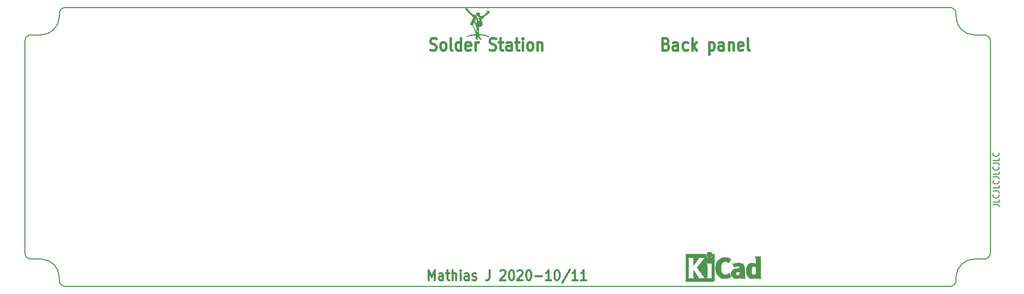
<source format=gbr>
%TF.GenerationSoftware,KiCad,Pcbnew,5.1.9-73d0e3b20d~88~ubuntu18.04.1*%
%TF.CreationDate,2020-12-31T12:10:29+01:00*%
%TF.ProjectId,ss_backpanel-mirrored,73735f62-6163-46b7-9061-6e656c2d6d69,rev?*%
%TF.SameCoordinates,Original*%
%TF.FileFunction,Legend,Top*%
%TF.FilePolarity,Positive*%
%FSLAX46Y46*%
G04 Gerber Fmt 4.6, Leading zero omitted, Abs format (unit mm)*
G04 Created by KiCad (PCBNEW 5.1.9-73d0e3b20d~88~ubuntu18.04.1) date 2020-12-31 12:10:29*
%MOMM*%
%LPD*%
G01*
G04 APERTURE LIST*
%ADD10C,0.400000*%
%ADD11C,0.180000*%
%ADD12C,0.300000*%
%ADD13C,0.200000*%
%ADD14C,0.010000*%
G04 APERTURE END LIST*
D10*
X176442857Y-57357142D02*
X176700000Y-57452380D01*
X176785714Y-57547619D01*
X176871428Y-57738095D01*
X176871428Y-58023809D01*
X176785714Y-58214285D01*
X176700000Y-58309523D01*
X176528571Y-58404761D01*
X175842857Y-58404761D01*
X175842857Y-56404761D01*
X176442857Y-56404761D01*
X176614285Y-56500000D01*
X176700000Y-56595238D01*
X176785714Y-56785714D01*
X176785714Y-56976190D01*
X176700000Y-57166666D01*
X176614285Y-57261904D01*
X176442857Y-57357142D01*
X175842857Y-57357142D01*
X178414285Y-58404761D02*
X178414285Y-57357142D01*
X178328571Y-57166666D01*
X178157142Y-57071428D01*
X177814285Y-57071428D01*
X177642857Y-57166666D01*
X178414285Y-58309523D02*
X178242857Y-58404761D01*
X177814285Y-58404761D01*
X177642857Y-58309523D01*
X177557142Y-58119047D01*
X177557142Y-57928571D01*
X177642857Y-57738095D01*
X177814285Y-57642857D01*
X178242857Y-57642857D01*
X178414285Y-57547619D01*
X180042857Y-58309523D02*
X179871428Y-58404761D01*
X179528571Y-58404761D01*
X179357142Y-58309523D01*
X179271428Y-58214285D01*
X179185714Y-58023809D01*
X179185714Y-57452380D01*
X179271428Y-57261904D01*
X179357142Y-57166666D01*
X179528571Y-57071428D01*
X179871428Y-57071428D01*
X180042857Y-57166666D01*
X180814285Y-58404761D02*
X180814285Y-56404761D01*
X180985714Y-57642857D02*
X181500000Y-58404761D01*
X181500000Y-57071428D02*
X180814285Y-57833333D01*
X183642857Y-57071428D02*
X183642857Y-59071428D01*
X183642857Y-57166666D02*
X183814285Y-57071428D01*
X184157142Y-57071428D01*
X184328571Y-57166666D01*
X184414285Y-57261904D01*
X184500000Y-57452380D01*
X184500000Y-58023809D01*
X184414285Y-58214285D01*
X184328571Y-58309523D01*
X184157142Y-58404761D01*
X183814285Y-58404761D01*
X183642857Y-58309523D01*
X186042857Y-58404761D02*
X186042857Y-57357142D01*
X185957142Y-57166666D01*
X185785714Y-57071428D01*
X185442857Y-57071428D01*
X185271428Y-57166666D01*
X186042857Y-58309523D02*
X185871428Y-58404761D01*
X185442857Y-58404761D01*
X185271428Y-58309523D01*
X185185714Y-58119047D01*
X185185714Y-57928571D01*
X185271428Y-57738095D01*
X185442857Y-57642857D01*
X185871428Y-57642857D01*
X186042857Y-57547619D01*
X186900000Y-57071428D02*
X186900000Y-58404761D01*
X186900000Y-57261904D02*
X186985714Y-57166666D01*
X187157142Y-57071428D01*
X187414285Y-57071428D01*
X187585714Y-57166666D01*
X187671428Y-57357142D01*
X187671428Y-58404761D01*
X189214285Y-58309523D02*
X189042857Y-58404761D01*
X188700000Y-58404761D01*
X188528571Y-58309523D01*
X188442857Y-58119047D01*
X188442857Y-57357142D01*
X188528571Y-57166666D01*
X188700000Y-57071428D01*
X189042857Y-57071428D01*
X189214285Y-57166666D01*
X189300000Y-57357142D01*
X189300000Y-57547619D01*
X188442857Y-57738095D01*
X190328571Y-58404761D02*
X190157142Y-58309523D01*
X190071428Y-58119047D01*
X190071428Y-56404761D01*
D11*
X230952380Y-84157142D02*
X231666666Y-84157142D01*
X231809523Y-84200000D01*
X231904761Y-84285714D01*
X231952380Y-84414285D01*
X231952380Y-84500000D01*
X231952380Y-83300000D02*
X231952380Y-83728571D01*
X230952380Y-83728571D01*
X231857142Y-82485714D02*
X231904761Y-82528571D01*
X231952380Y-82657142D01*
X231952380Y-82742857D01*
X231904761Y-82871428D01*
X231809523Y-82957142D01*
X231714285Y-83000000D01*
X231523809Y-83042857D01*
X231380952Y-83042857D01*
X231190476Y-83000000D01*
X231095238Y-82957142D01*
X231000000Y-82871428D01*
X230952380Y-82742857D01*
X230952380Y-82657142D01*
X231000000Y-82528571D01*
X231047619Y-82485714D01*
X230952380Y-81842857D02*
X231666666Y-81842857D01*
X231809523Y-81885714D01*
X231904761Y-81971428D01*
X231952380Y-82100000D01*
X231952380Y-82185714D01*
X231952380Y-80985714D02*
X231952380Y-81414285D01*
X230952380Y-81414285D01*
X231857142Y-80171428D02*
X231904761Y-80214285D01*
X231952380Y-80342857D01*
X231952380Y-80428571D01*
X231904761Y-80557142D01*
X231809523Y-80642857D01*
X231714285Y-80685714D01*
X231523809Y-80728571D01*
X231380952Y-80728571D01*
X231190476Y-80685714D01*
X231095238Y-80642857D01*
X231000000Y-80557142D01*
X230952380Y-80428571D01*
X230952380Y-80342857D01*
X231000000Y-80214285D01*
X231047619Y-80171428D01*
X230952380Y-79528571D02*
X231666666Y-79528571D01*
X231809523Y-79571428D01*
X231904761Y-79657142D01*
X231952380Y-79785714D01*
X231952380Y-79871428D01*
X231952380Y-78671428D02*
X231952380Y-79100000D01*
X230952380Y-79100000D01*
X231857142Y-77857142D02*
X231904761Y-77900000D01*
X231952380Y-78028571D01*
X231952380Y-78114285D01*
X231904761Y-78242857D01*
X231809523Y-78328571D01*
X231714285Y-78371428D01*
X231523809Y-78414285D01*
X231380952Y-78414285D01*
X231190476Y-78371428D01*
X231095238Y-78328571D01*
X231000000Y-78242857D01*
X230952380Y-78114285D01*
X230952380Y-78028571D01*
X231000000Y-77900000D01*
X231047619Y-77857142D01*
X230952380Y-77214285D02*
X231666666Y-77214285D01*
X231809523Y-77257142D01*
X231904761Y-77342857D01*
X231952380Y-77471428D01*
X231952380Y-77557142D01*
X231952380Y-76357142D02*
X231952380Y-76785714D01*
X230952380Y-76785714D01*
X231857142Y-75542857D02*
X231904761Y-75585714D01*
X231952380Y-75714285D01*
X231952380Y-75800000D01*
X231904761Y-75928571D01*
X231809523Y-76014285D01*
X231714285Y-76057142D01*
X231523809Y-76100000D01*
X231380952Y-76100000D01*
X231190476Y-76057142D01*
X231095238Y-76014285D01*
X231000000Y-75928571D01*
X230952380Y-75800000D01*
X230952380Y-75714285D01*
X231000000Y-75585714D01*
X231047619Y-75542857D01*
D10*
X137114285Y-58309523D02*
X137371428Y-58404761D01*
X137800000Y-58404761D01*
X137971428Y-58309523D01*
X138057142Y-58214285D01*
X138142857Y-58023809D01*
X138142857Y-57833333D01*
X138057142Y-57642857D01*
X137971428Y-57547619D01*
X137800000Y-57452380D01*
X137457142Y-57357142D01*
X137285714Y-57261904D01*
X137200000Y-57166666D01*
X137114285Y-56976190D01*
X137114285Y-56785714D01*
X137200000Y-56595238D01*
X137285714Y-56500000D01*
X137457142Y-56404761D01*
X137885714Y-56404761D01*
X138142857Y-56500000D01*
X139171428Y-58404761D02*
X139000000Y-58309523D01*
X138914285Y-58214285D01*
X138828571Y-58023809D01*
X138828571Y-57452380D01*
X138914285Y-57261904D01*
X139000000Y-57166666D01*
X139171428Y-57071428D01*
X139428571Y-57071428D01*
X139600000Y-57166666D01*
X139685714Y-57261904D01*
X139771428Y-57452380D01*
X139771428Y-58023809D01*
X139685714Y-58214285D01*
X139600000Y-58309523D01*
X139428571Y-58404761D01*
X139171428Y-58404761D01*
X140800000Y-58404761D02*
X140628571Y-58309523D01*
X140542857Y-58119047D01*
X140542857Y-56404761D01*
X142257142Y-58404761D02*
X142257142Y-56404761D01*
X142257142Y-58309523D02*
X142085714Y-58404761D01*
X141742857Y-58404761D01*
X141571428Y-58309523D01*
X141485714Y-58214285D01*
X141400000Y-58023809D01*
X141400000Y-57452380D01*
X141485714Y-57261904D01*
X141571428Y-57166666D01*
X141742857Y-57071428D01*
X142085714Y-57071428D01*
X142257142Y-57166666D01*
X143800000Y-58309523D02*
X143628571Y-58404761D01*
X143285714Y-58404761D01*
X143114285Y-58309523D01*
X143028571Y-58119047D01*
X143028571Y-57357142D01*
X143114285Y-57166666D01*
X143285714Y-57071428D01*
X143628571Y-57071428D01*
X143800000Y-57166666D01*
X143885714Y-57357142D01*
X143885714Y-57547619D01*
X143028571Y-57738095D01*
X144657142Y-58404761D02*
X144657142Y-57071428D01*
X144657142Y-57452380D02*
X144742857Y-57261904D01*
X144828571Y-57166666D01*
X145000000Y-57071428D01*
X145171428Y-57071428D01*
X147057142Y-58309523D02*
X147314285Y-58404761D01*
X147742857Y-58404761D01*
X147914285Y-58309523D01*
X148000000Y-58214285D01*
X148085714Y-58023809D01*
X148085714Y-57833333D01*
X148000000Y-57642857D01*
X147914285Y-57547619D01*
X147742857Y-57452380D01*
X147400000Y-57357142D01*
X147228571Y-57261904D01*
X147142857Y-57166666D01*
X147057142Y-56976190D01*
X147057142Y-56785714D01*
X147142857Y-56595238D01*
X147228571Y-56500000D01*
X147400000Y-56404761D01*
X147828571Y-56404761D01*
X148085714Y-56500000D01*
X148600000Y-57071428D02*
X149285714Y-57071428D01*
X148857142Y-56404761D02*
X148857142Y-58119047D01*
X148942857Y-58309523D01*
X149114285Y-58404761D01*
X149285714Y-58404761D01*
X150657142Y-58404761D02*
X150657142Y-57357142D01*
X150571428Y-57166666D01*
X150400000Y-57071428D01*
X150057142Y-57071428D01*
X149885714Y-57166666D01*
X150657142Y-58309523D02*
X150485714Y-58404761D01*
X150057142Y-58404761D01*
X149885714Y-58309523D01*
X149800000Y-58119047D01*
X149800000Y-57928571D01*
X149885714Y-57738095D01*
X150057142Y-57642857D01*
X150485714Y-57642857D01*
X150657142Y-57547619D01*
X151257142Y-57071428D02*
X151942857Y-57071428D01*
X151514285Y-56404761D02*
X151514285Y-58119047D01*
X151600000Y-58309523D01*
X151771428Y-58404761D01*
X151942857Y-58404761D01*
X152542857Y-58404761D02*
X152542857Y-57071428D01*
X152542857Y-56404761D02*
X152457142Y-56500000D01*
X152542857Y-56595238D01*
X152628571Y-56500000D01*
X152542857Y-56404761D01*
X152542857Y-56595238D01*
X153657142Y-58404761D02*
X153485714Y-58309523D01*
X153400000Y-58214285D01*
X153314285Y-58023809D01*
X153314285Y-57452380D01*
X153400000Y-57261904D01*
X153485714Y-57166666D01*
X153657142Y-57071428D01*
X153914285Y-57071428D01*
X154085714Y-57166666D01*
X154171428Y-57261904D01*
X154257142Y-57452380D01*
X154257142Y-58023809D01*
X154171428Y-58214285D01*
X154085714Y-58309523D01*
X153914285Y-58404761D01*
X153657142Y-58404761D01*
X155028571Y-57071428D02*
X155028571Y-58404761D01*
X155028571Y-57261904D02*
X155114285Y-57166666D01*
X155285714Y-57071428D01*
X155542857Y-57071428D01*
X155714285Y-57166666D01*
X155800000Y-57357142D01*
X155800000Y-58404761D01*
D12*
X136928571Y-96769047D02*
X136928571Y-95069047D01*
X137428571Y-96283333D01*
X137928571Y-95069047D01*
X137928571Y-96769047D01*
X139285714Y-96769047D02*
X139285714Y-95878571D01*
X139214285Y-95716666D01*
X139071428Y-95635714D01*
X138785714Y-95635714D01*
X138642857Y-95716666D01*
X139285714Y-96688095D02*
X139142857Y-96769047D01*
X138785714Y-96769047D01*
X138642857Y-96688095D01*
X138571428Y-96526190D01*
X138571428Y-96364285D01*
X138642857Y-96202380D01*
X138785714Y-96121428D01*
X139142857Y-96121428D01*
X139285714Y-96040476D01*
X139785714Y-95635714D02*
X140357142Y-95635714D01*
X140000000Y-95069047D02*
X140000000Y-96526190D01*
X140071428Y-96688095D01*
X140214285Y-96769047D01*
X140357142Y-96769047D01*
X140857142Y-96769047D02*
X140857142Y-95069047D01*
X141500000Y-96769047D02*
X141500000Y-95878571D01*
X141428571Y-95716666D01*
X141285714Y-95635714D01*
X141071428Y-95635714D01*
X140928571Y-95716666D01*
X140857142Y-95797619D01*
X142214285Y-96769047D02*
X142214285Y-95635714D01*
X142214285Y-95069047D02*
X142142857Y-95150000D01*
X142214285Y-95230952D01*
X142285714Y-95150000D01*
X142214285Y-95069047D01*
X142214285Y-95230952D01*
X143571428Y-96769047D02*
X143571428Y-95878571D01*
X143500000Y-95716666D01*
X143357142Y-95635714D01*
X143071428Y-95635714D01*
X142928571Y-95716666D01*
X143571428Y-96688095D02*
X143428571Y-96769047D01*
X143071428Y-96769047D01*
X142928571Y-96688095D01*
X142857142Y-96526190D01*
X142857142Y-96364285D01*
X142928571Y-96202380D01*
X143071428Y-96121428D01*
X143428571Y-96121428D01*
X143571428Y-96040476D01*
X144214285Y-96688095D02*
X144357142Y-96769047D01*
X144642857Y-96769047D01*
X144785714Y-96688095D01*
X144857142Y-96526190D01*
X144857142Y-96445238D01*
X144785714Y-96283333D01*
X144642857Y-96202380D01*
X144428571Y-96202380D01*
X144285714Y-96121428D01*
X144214285Y-95959523D01*
X144214285Y-95878571D01*
X144285714Y-95716666D01*
X144428571Y-95635714D01*
X144642857Y-95635714D01*
X144785714Y-95716666D01*
X147071428Y-95069047D02*
X147071428Y-96283333D01*
X147000000Y-96526190D01*
X146857142Y-96688095D01*
X146642857Y-96769047D01*
X146500000Y-96769047D01*
X148857142Y-95230952D02*
X148928571Y-95150000D01*
X149071428Y-95069047D01*
X149428571Y-95069047D01*
X149571428Y-95150000D01*
X149642857Y-95230952D01*
X149714285Y-95392857D01*
X149714285Y-95554761D01*
X149642857Y-95797619D01*
X148785714Y-96769047D01*
X149714285Y-96769047D01*
X150642857Y-95069047D02*
X150785714Y-95069047D01*
X150928571Y-95150000D01*
X151000000Y-95230952D01*
X151071428Y-95392857D01*
X151142857Y-95716666D01*
X151142857Y-96121428D01*
X151071428Y-96445238D01*
X151000000Y-96607142D01*
X150928571Y-96688095D01*
X150785714Y-96769047D01*
X150642857Y-96769047D01*
X150500000Y-96688095D01*
X150428571Y-96607142D01*
X150357142Y-96445238D01*
X150285714Y-96121428D01*
X150285714Y-95716666D01*
X150357142Y-95392857D01*
X150428571Y-95230952D01*
X150500000Y-95150000D01*
X150642857Y-95069047D01*
X151714285Y-95230952D02*
X151785714Y-95150000D01*
X151928571Y-95069047D01*
X152285714Y-95069047D01*
X152428571Y-95150000D01*
X152500000Y-95230952D01*
X152571428Y-95392857D01*
X152571428Y-95554761D01*
X152500000Y-95797619D01*
X151642857Y-96769047D01*
X152571428Y-96769047D01*
X153500000Y-95069047D02*
X153642857Y-95069047D01*
X153785714Y-95150000D01*
X153857142Y-95230952D01*
X153928571Y-95392857D01*
X154000000Y-95716666D01*
X154000000Y-96121428D01*
X153928571Y-96445238D01*
X153857142Y-96607142D01*
X153785714Y-96688095D01*
X153642857Y-96769047D01*
X153500000Y-96769047D01*
X153357142Y-96688095D01*
X153285714Y-96607142D01*
X153214285Y-96445238D01*
X153142857Y-96121428D01*
X153142857Y-95716666D01*
X153214285Y-95392857D01*
X153285714Y-95230952D01*
X153357142Y-95150000D01*
X153500000Y-95069047D01*
X154642857Y-96121428D02*
X155785714Y-96121428D01*
X157285714Y-96769047D02*
X156428571Y-96769047D01*
X156857142Y-96769047D02*
X156857142Y-95069047D01*
X156714285Y-95311904D01*
X156571428Y-95473809D01*
X156428571Y-95554761D01*
X158214285Y-95069047D02*
X158357142Y-95069047D01*
X158500000Y-95150000D01*
X158571428Y-95230952D01*
X158642857Y-95392857D01*
X158714285Y-95716666D01*
X158714285Y-96121428D01*
X158642857Y-96445238D01*
X158571428Y-96607142D01*
X158500000Y-96688095D01*
X158357142Y-96769047D01*
X158214285Y-96769047D01*
X158071428Y-96688095D01*
X158000000Y-96607142D01*
X157928571Y-96445238D01*
X157857142Y-96121428D01*
X157857142Y-95716666D01*
X157928571Y-95392857D01*
X158000000Y-95230952D01*
X158071428Y-95150000D01*
X158214285Y-95069047D01*
X160428571Y-94988095D02*
X159142857Y-97173809D01*
X161714285Y-96769047D02*
X160857142Y-96769047D01*
X161285714Y-96769047D02*
X161285714Y-95069047D01*
X161142857Y-95311904D01*
X161000000Y-95473809D01*
X160857142Y-95554761D01*
X163142857Y-96769047D02*
X162285714Y-96769047D01*
X162714285Y-96769047D02*
X162714285Y-95069047D01*
X162571428Y-95311904D01*
X162428571Y-95473809D01*
X162285714Y-95554761D01*
D13*
X223800000Y-51300000D02*
X152800000Y-51300001D01*
X229500000Y-55850000D02*
G75*
G02*
X230500000Y-56850000I0J-1000000D01*
G01*
X224800000Y-96800000D02*
G75*
G02*
X223800000Y-97800000I-1000000J0D01*
G01*
X230500000Y-92250000D02*
G75*
G02*
X229500000Y-93250000I-1000000J0D01*
G01*
X224800000Y-52850000D02*
X224800000Y-52300000D01*
X147300000Y-97800000D02*
X152800000Y-97800000D01*
X70600000Y-93250000D02*
G75*
G02*
X69600000Y-92250000I0J1000000D01*
G01*
X224800000Y-96800000D02*
X224800000Y-96250001D01*
X75300000Y-52300000D02*
X75300000Y-52850000D01*
X75300000Y-52850000D02*
G75*
G02*
X72300000Y-55850000I-3000000J0D01*
G01*
X76300000Y-97800001D02*
G75*
G02*
X75300000Y-96800001I0J1000000D01*
G01*
X227800000Y-55850000D02*
G75*
G02*
X224800000Y-52850000I0J3000000D01*
G01*
X69600000Y-56850000D02*
X69600000Y-92250000D01*
X75300000Y-52300000D02*
G75*
G02*
X76300000Y-51300000I1000000J0D01*
G01*
X147300001Y-51300001D02*
X76300000Y-51300000D01*
X75300000Y-96250001D02*
X75300000Y-96800001D01*
X224800000Y-96250000D02*
G75*
G02*
X227800000Y-93250000I3000000J0D01*
G01*
X229500000Y-55850000D02*
X227800000Y-55850000D01*
X72300000Y-93250001D02*
G75*
G02*
X75300000Y-96250001I0J-3000000D01*
G01*
X70600000Y-93250000D02*
X72300000Y-93250000D01*
X76300000Y-97800001D02*
X147300000Y-97800000D01*
X72300000Y-55850000D02*
X70600000Y-55850000D01*
X152800000Y-97800000D02*
X223800000Y-97800000D01*
X227800000Y-93250000D02*
X229500000Y-93250000D01*
X223800000Y-51300000D02*
G75*
G02*
X224800000Y-52300000I0J-1000000D01*
G01*
X69600000Y-56850000D02*
G75*
G02*
X70600000Y-55850000I1000000J0D01*
G01*
X152800000Y-51300001D02*
X147300001Y-51300001D01*
X230500000Y-92250000D02*
X230500000Y-56850000D01*
D14*
%TO.C,LOGO101*%
G36*
X183053600Y-92489054D02*
G01*
X183064465Y-92602993D01*
X183096082Y-92710616D01*
X183146985Y-92809615D01*
X183215707Y-92897684D01*
X183300781Y-92972516D01*
X183397768Y-93030384D01*
X183504036Y-93070005D01*
X183611050Y-93088573D01*
X183716700Y-93087434D01*
X183818875Y-93067930D01*
X183915466Y-93031406D01*
X184004362Y-92979205D01*
X184083454Y-92912673D01*
X184150631Y-92833152D01*
X184203783Y-92741987D01*
X184240801Y-92640523D01*
X184259573Y-92530102D01*
X184261511Y-92480206D01*
X184261511Y-92392267D01*
X184313440Y-92392267D01*
X184349747Y-92395111D01*
X184376645Y-92406911D01*
X184403751Y-92430649D01*
X184442133Y-92469031D01*
X184442133Y-94660602D01*
X184442124Y-94922739D01*
X184442092Y-95163241D01*
X184442028Y-95383048D01*
X184441924Y-95583101D01*
X184441773Y-95764344D01*
X184441566Y-95927716D01*
X184441294Y-96074160D01*
X184440950Y-96204617D01*
X184440526Y-96320029D01*
X184440013Y-96421338D01*
X184439403Y-96509484D01*
X184438688Y-96585410D01*
X184437860Y-96650057D01*
X184436911Y-96704367D01*
X184435833Y-96749280D01*
X184434617Y-96785740D01*
X184433255Y-96814687D01*
X184431739Y-96837063D01*
X184430062Y-96853809D01*
X184428214Y-96865868D01*
X184426187Y-96874180D01*
X184423975Y-96879687D01*
X184422892Y-96881537D01*
X184418729Y-96888549D01*
X184415195Y-96894996D01*
X184411365Y-96900900D01*
X184406318Y-96906286D01*
X184399129Y-96911178D01*
X184388877Y-96915598D01*
X184374636Y-96919572D01*
X184355486Y-96923121D01*
X184330501Y-96926270D01*
X184298760Y-96929042D01*
X184259338Y-96931461D01*
X184211314Y-96933551D01*
X184153763Y-96935335D01*
X184085763Y-96936837D01*
X184006390Y-96938080D01*
X183914721Y-96939089D01*
X183809834Y-96939885D01*
X183690804Y-96940494D01*
X183556710Y-96940939D01*
X183406627Y-96941243D01*
X183239633Y-96941430D01*
X183054804Y-96941524D01*
X182851217Y-96941548D01*
X182627950Y-96941525D01*
X182384078Y-96941480D01*
X182118679Y-96941437D01*
X182080296Y-96941432D01*
X181813318Y-96941389D01*
X181567998Y-96941318D01*
X181343417Y-96941213D01*
X181138655Y-96941066D01*
X180952794Y-96940869D01*
X180784912Y-96940616D01*
X180634092Y-96940300D01*
X180499413Y-96939913D01*
X180379956Y-96939447D01*
X180274801Y-96938897D01*
X180183029Y-96938253D01*
X180103721Y-96937511D01*
X180035957Y-96936661D01*
X179978818Y-96935697D01*
X179931383Y-96934611D01*
X179892734Y-96933397D01*
X179861951Y-96932047D01*
X179838115Y-96930555D01*
X179820306Y-96928911D01*
X179807605Y-96927111D01*
X179799092Y-96925145D01*
X179794734Y-96923477D01*
X179786272Y-96919906D01*
X179778503Y-96917270D01*
X179771398Y-96914634D01*
X179764927Y-96911062D01*
X179759061Y-96905621D01*
X179753771Y-96897375D01*
X179749026Y-96885390D01*
X179744798Y-96868731D01*
X179741057Y-96846463D01*
X179737773Y-96817652D01*
X179734917Y-96781363D01*
X179732460Y-96736661D01*
X179730371Y-96682611D01*
X179728622Y-96618279D01*
X179727183Y-96542730D01*
X179726024Y-96455030D01*
X179725117Y-96354243D01*
X179724431Y-96239434D01*
X179723937Y-96109670D01*
X179723605Y-95964015D01*
X179723407Y-95801535D01*
X179723313Y-95621295D01*
X179723292Y-95422360D01*
X179723315Y-95203796D01*
X179723354Y-94964668D01*
X179723378Y-94704040D01*
X179723378Y-94661889D01*
X179723364Y-94398992D01*
X179723339Y-94157732D01*
X179723329Y-93937165D01*
X179723358Y-93736352D01*
X179723452Y-93554349D01*
X179723638Y-93390216D01*
X179723941Y-93243011D01*
X179724386Y-93111792D01*
X179724966Y-93001867D01*
X180027803Y-93001867D01*
X180067593Y-93059711D01*
X180078764Y-93075479D01*
X180088834Y-93089441D01*
X180097862Y-93102784D01*
X180105903Y-93116693D01*
X180113014Y-93132356D01*
X180119253Y-93150958D01*
X180124675Y-93173686D01*
X180129338Y-93201727D01*
X180133299Y-93236267D01*
X180136615Y-93278492D01*
X180139341Y-93329589D01*
X180141536Y-93390744D01*
X180143255Y-93463144D01*
X180144556Y-93547975D01*
X180145495Y-93646422D01*
X180146130Y-93759674D01*
X180146516Y-93888916D01*
X180146712Y-94035334D01*
X180146773Y-94200116D01*
X180146757Y-94384447D01*
X180146720Y-94589513D01*
X180146711Y-94712133D01*
X180146735Y-94929082D01*
X180146769Y-95124642D01*
X180146757Y-95299999D01*
X180146642Y-95456341D01*
X180146370Y-95594857D01*
X180145882Y-95716734D01*
X180145124Y-95823160D01*
X180144038Y-95915322D01*
X180142569Y-95994409D01*
X180140660Y-96061608D01*
X180138256Y-96118107D01*
X180135299Y-96165093D01*
X180131734Y-96203755D01*
X180127505Y-96235280D01*
X180122554Y-96260855D01*
X180116827Y-96281670D01*
X180110267Y-96298911D01*
X180102817Y-96313765D01*
X180094421Y-96327422D01*
X180085024Y-96341069D01*
X180074568Y-96355893D01*
X180068477Y-96364783D01*
X180029704Y-96422400D01*
X180561268Y-96422400D01*
X180684517Y-96422365D01*
X180787013Y-96422215D01*
X180870580Y-96421878D01*
X180937044Y-96421286D01*
X180988229Y-96420367D01*
X181025959Y-96419051D01*
X181052060Y-96417269D01*
X181068356Y-96414951D01*
X181076672Y-96412026D01*
X181078832Y-96408424D01*
X181076661Y-96404075D01*
X181075465Y-96402645D01*
X181050315Y-96365573D01*
X181024417Y-96312772D01*
X181000808Y-96250770D01*
X180992539Y-96224357D01*
X180987922Y-96206416D01*
X180984021Y-96185355D01*
X180980752Y-96159089D01*
X180978034Y-96125532D01*
X180975785Y-96082599D01*
X180973923Y-96028204D01*
X180972364Y-95960262D01*
X180971028Y-95876688D01*
X180969831Y-95775395D01*
X180968692Y-95654300D01*
X180968315Y-95609600D01*
X180967298Y-95484449D01*
X180966540Y-95380082D01*
X180966097Y-95294707D01*
X180966030Y-95226533D01*
X180966395Y-95173765D01*
X180967252Y-95134614D01*
X180968659Y-95107285D01*
X180970675Y-95089986D01*
X180973357Y-95080926D01*
X180976764Y-95078312D01*
X180980956Y-95080351D01*
X180985429Y-95084667D01*
X180995784Y-95097602D01*
X181017842Y-95126676D01*
X181050043Y-95169759D01*
X181090826Y-95224718D01*
X181138630Y-95289423D01*
X181191895Y-95361742D01*
X181249060Y-95439544D01*
X181308563Y-95520698D01*
X181368845Y-95603072D01*
X181428345Y-95684536D01*
X181485502Y-95762957D01*
X181538755Y-95836204D01*
X181586543Y-95902147D01*
X181627307Y-95958654D01*
X181659484Y-96003593D01*
X181681515Y-96034834D01*
X181686083Y-96041466D01*
X181709004Y-96078369D01*
X181735812Y-96126359D01*
X181761211Y-96175897D01*
X181764432Y-96182577D01*
X181786110Y-96230772D01*
X181798696Y-96268334D01*
X181804426Y-96304160D01*
X181805544Y-96346200D01*
X181804910Y-96422400D01*
X182959349Y-96422400D01*
X182868185Y-96328669D01*
X182821388Y-96278775D01*
X182771101Y-96222295D01*
X182725056Y-96168026D01*
X182704631Y-96142673D01*
X182674193Y-96103128D01*
X182634138Y-96049916D01*
X182585639Y-95984667D01*
X182529865Y-95909011D01*
X182467989Y-95824577D01*
X182401181Y-95732994D01*
X182330613Y-95635892D01*
X182257455Y-95534901D01*
X182182879Y-95431650D01*
X182108056Y-95327768D01*
X182034157Y-95224885D01*
X181962354Y-95124631D01*
X181893816Y-95028636D01*
X181829716Y-94938527D01*
X181771225Y-94855936D01*
X181719514Y-94782492D01*
X181675753Y-94719824D01*
X181641115Y-94669561D01*
X181616770Y-94633334D01*
X181603889Y-94612771D01*
X181602131Y-94608668D01*
X181610090Y-94597342D01*
X181630885Y-94570162D01*
X181663153Y-94528829D01*
X181705530Y-94475044D01*
X181756653Y-94410506D01*
X181815159Y-94336918D01*
X181879686Y-94255978D01*
X181948869Y-94169388D01*
X182021347Y-94078848D01*
X182095754Y-93986060D01*
X182155483Y-93911702D01*
X183166489Y-93911702D01*
X183172398Y-93924659D01*
X183186728Y-93946908D01*
X183187775Y-93948391D01*
X183206562Y-93978544D01*
X183226209Y-94015375D01*
X183230108Y-94023511D01*
X183233644Y-94031940D01*
X183236770Y-94042059D01*
X183239514Y-94055260D01*
X183241908Y-94072938D01*
X183243981Y-94096484D01*
X183245765Y-94127293D01*
X183247288Y-94166757D01*
X183248581Y-94216269D01*
X183249674Y-94277223D01*
X183250597Y-94351011D01*
X183251381Y-94439028D01*
X183252055Y-94542665D01*
X183252650Y-94663316D01*
X183253195Y-94802374D01*
X183253721Y-94961232D01*
X183254255Y-95140089D01*
X183254794Y-95325207D01*
X183255228Y-95489145D01*
X183255491Y-95633303D01*
X183255516Y-95759079D01*
X183255235Y-95867871D01*
X183254581Y-95961077D01*
X183253486Y-96040097D01*
X183251882Y-96106328D01*
X183249703Y-96161170D01*
X183246881Y-96206021D01*
X183243349Y-96242278D01*
X183239039Y-96271341D01*
X183233883Y-96294609D01*
X183227815Y-96313479D01*
X183220767Y-96329351D01*
X183212671Y-96343622D01*
X183203460Y-96357691D01*
X183194960Y-96370158D01*
X183177824Y-96396452D01*
X183167678Y-96414037D01*
X183166489Y-96417257D01*
X183177396Y-96418334D01*
X183208589Y-96419335D01*
X183257777Y-96420235D01*
X183322667Y-96421010D01*
X183400970Y-96421637D01*
X183490393Y-96422091D01*
X183588644Y-96422349D01*
X183657555Y-96422400D01*
X183762548Y-96422180D01*
X183859390Y-96421548D01*
X183945893Y-96420549D01*
X184019868Y-96419227D01*
X184079126Y-96417626D01*
X184121480Y-96415791D01*
X184144740Y-96413765D01*
X184148622Y-96412493D01*
X184140924Y-96397591D01*
X184132926Y-96389560D01*
X184119754Y-96372434D01*
X184102515Y-96342183D01*
X184090593Y-96317622D01*
X184063955Y-96258711D01*
X184060880Y-95081845D01*
X184057805Y-93904978D01*
X183612147Y-93904978D01*
X183514330Y-93905142D01*
X183423936Y-93905611D01*
X183343370Y-93906347D01*
X183275038Y-93907316D01*
X183221344Y-93908480D01*
X183184695Y-93909803D01*
X183167496Y-93911249D01*
X183166489Y-93911702D01*
X182155483Y-93911702D01*
X182170730Y-93892722D01*
X182244910Y-93800537D01*
X182316931Y-93711204D01*
X182385431Y-93626424D01*
X182449045Y-93547898D01*
X182506412Y-93477326D01*
X182556167Y-93416409D01*
X182596948Y-93366847D01*
X182614112Y-93346178D01*
X182700404Y-93245516D01*
X182777003Y-93162259D01*
X182845817Y-93094438D01*
X182908752Y-93040089D01*
X182918133Y-93032722D01*
X182957644Y-93002117D01*
X181825884Y-93001867D01*
X181831173Y-93049844D01*
X181827870Y-93107188D01*
X181806339Y-93175463D01*
X181766365Y-93255212D01*
X181721057Y-93327495D01*
X181704839Y-93350140D01*
X181676786Y-93387696D01*
X181638570Y-93438021D01*
X181591863Y-93498973D01*
X181538339Y-93568411D01*
X181479669Y-93644194D01*
X181417525Y-93724180D01*
X181353579Y-93806228D01*
X181289505Y-93888196D01*
X181226973Y-93967943D01*
X181167657Y-94043327D01*
X181113229Y-94112207D01*
X181065361Y-94172442D01*
X181025725Y-94221889D01*
X180995994Y-94258408D01*
X180977839Y-94279858D01*
X180974780Y-94283156D01*
X180971921Y-94275149D01*
X180969707Y-94244855D01*
X180968143Y-94192556D01*
X180967233Y-94118531D01*
X180966980Y-94023063D01*
X180967387Y-93906434D01*
X180968296Y-93786445D01*
X180969618Y-93654333D01*
X180971143Y-93542594D01*
X180973119Y-93449025D01*
X180975794Y-93371419D01*
X180979418Y-93307574D01*
X180984239Y-93255283D01*
X180990506Y-93212344D01*
X180998468Y-93176551D01*
X181008373Y-93145700D01*
X181020469Y-93117586D01*
X181035007Y-93090005D01*
X181049689Y-93064966D01*
X181087686Y-93001867D01*
X180027803Y-93001867D01*
X179724966Y-93001867D01*
X179724999Y-92995617D01*
X179725805Y-92893544D01*
X179726830Y-92804633D01*
X179728100Y-92727941D01*
X179729640Y-92662527D01*
X179731476Y-92607449D01*
X179733633Y-92561765D01*
X179736137Y-92524534D01*
X179739013Y-92494813D01*
X179742287Y-92471662D01*
X179745985Y-92454139D01*
X179750131Y-92441301D01*
X179754753Y-92432208D01*
X179759874Y-92425918D01*
X179765522Y-92421488D01*
X179771721Y-92417978D01*
X179778496Y-92414445D01*
X179784492Y-92410876D01*
X179789725Y-92408300D01*
X179797901Y-92405972D01*
X179810114Y-92403878D01*
X179827459Y-92402007D01*
X179851031Y-92400347D01*
X179881923Y-92398884D01*
X179921232Y-92397608D01*
X179970050Y-92396504D01*
X180029473Y-92395561D01*
X180100596Y-92394767D01*
X180184512Y-92394109D01*
X180282317Y-92393575D01*
X180395106Y-92393153D01*
X180523971Y-92392829D01*
X180670009Y-92392592D01*
X180834314Y-92392430D01*
X181017980Y-92392330D01*
X181222103Y-92392280D01*
X181433247Y-92392267D01*
X183053600Y-92392267D01*
X183053600Y-92489054D01*
G37*
X183053600Y-92489054D02*
X183064465Y-92602993D01*
X183096082Y-92710616D01*
X183146985Y-92809615D01*
X183215707Y-92897684D01*
X183300781Y-92972516D01*
X183397768Y-93030384D01*
X183504036Y-93070005D01*
X183611050Y-93088573D01*
X183716700Y-93087434D01*
X183818875Y-93067930D01*
X183915466Y-93031406D01*
X184004362Y-92979205D01*
X184083454Y-92912673D01*
X184150631Y-92833152D01*
X184203783Y-92741987D01*
X184240801Y-92640523D01*
X184259573Y-92530102D01*
X184261511Y-92480206D01*
X184261511Y-92392267D01*
X184313440Y-92392267D01*
X184349747Y-92395111D01*
X184376645Y-92406911D01*
X184403751Y-92430649D01*
X184442133Y-92469031D01*
X184442133Y-94660602D01*
X184442124Y-94922739D01*
X184442092Y-95163241D01*
X184442028Y-95383048D01*
X184441924Y-95583101D01*
X184441773Y-95764344D01*
X184441566Y-95927716D01*
X184441294Y-96074160D01*
X184440950Y-96204617D01*
X184440526Y-96320029D01*
X184440013Y-96421338D01*
X184439403Y-96509484D01*
X184438688Y-96585410D01*
X184437860Y-96650057D01*
X184436911Y-96704367D01*
X184435833Y-96749280D01*
X184434617Y-96785740D01*
X184433255Y-96814687D01*
X184431739Y-96837063D01*
X184430062Y-96853809D01*
X184428214Y-96865868D01*
X184426187Y-96874180D01*
X184423975Y-96879687D01*
X184422892Y-96881537D01*
X184418729Y-96888549D01*
X184415195Y-96894996D01*
X184411365Y-96900900D01*
X184406318Y-96906286D01*
X184399129Y-96911178D01*
X184388877Y-96915598D01*
X184374636Y-96919572D01*
X184355486Y-96923121D01*
X184330501Y-96926270D01*
X184298760Y-96929042D01*
X184259338Y-96931461D01*
X184211314Y-96933551D01*
X184153763Y-96935335D01*
X184085763Y-96936837D01*
X184006390Y-96938080D01*
X183914721Y-96939089D01*
X183809834Y-96939885D01*
X183690804Y-96940494D01*
X183556710Y-96940939D01*
X183406627Y-96941243D01*
X183239633Y-96941430D01*
X183054804Y-96941524D01*
X182851217Y-96941548D01*
X182627950Y-96941525D01*
X182384078Y-96941480D01*
X182118679Y-96941437D01*
X182080296Y-96941432D01*
X181813318Y-96941389D01*
X181567998Y-96941318D01*
X181343417Y-96941213D01*
X181138655Y-96941066D01*
X180952794Y-96940869D01*
X180784912Y-96940616D01*
X180634092Y-96940300D01*
X180499413Y-96939913D01*
X180379956Y-96939447D01*
X180274801Y-96938897D01*
X180183029Y-96938253D01*
X180103721Y-96937511D01*
X180035957Y-96936661D01*
X179978818Y-96935697D01*
X179931383Y-96934611D01*
X179892734Y-96933397D01*
X179861951Y-96932047D01*
X179838115Y-96930555D01*
X179820306Y-96928911D01*
X179807605Y-96927111D01*
X179799092Y-96925145D01*
X179794734Y-96923477D01*
X179786272Y-96919906D01*
X179778503Y-96917270D01*
X179771398Y-96914634D01*
X179764927Y-96911062D01*
X179759061Y-96905621D01*
X179753771Y-96897375D01*
X179749026Y-96885390D01*
X179744798Y-96868731D01*
X179741057Y-96846463D01*
X179737773Y-96817652D01*
X179734917Y-96781363D01*
X179732460Y-96736661D01*
X179730371Y-96682611D01*
X179728622Y-96618279D01*
X179727183Y-96542730D01*
X179726024Y-96455030D01*
X179725117Y-96354243D01*
X179724431Y-96239434D01*
X179723937Y-96109670D01*
X179723605Y-95964015D01*
X179723407Y-95801535D01*
X179723313Y-95621295D01*
X179723292Y-95422360D01*
X179723315Y-95203796D01*
X179723354Y-94964668D01*
X179723378Y-94704040D01*
X179723378Y-94661889D01*
X179723364Y-94398992D01*
X179723339Y-94157732D01*
X179723329Y-93937165D01*
X179723358Y-93736352D01*
X179723452Y-93554349D01*
X179723638Y-93390216D01*
X179723941Y-93243011D01*
X179724386Y-93111792D01*
X179724966Y-93001867D01*
X180027803Y-93001867D01*
X180067593Y-93059711D01*
X180078764Y-93075479D01*
X180088834Y-93089441D01*
X180097862Y-93102784D01*
X180105903Y-93116693D01*
X180113014Y-93132356D01*
X180119253Y-93150958D01*
X180124675Y-93173686D01*
X180129338Y-93201727D01*
X180133299Y-93236267D01*
X180136615Y-93278492D01*
X180139341Y-93329589D01*
X180141536Y-93390744D01*
X180143255Y-93463144D01*
X180144556Y-93547975D01*
X180145495Y-93646422D01*
X180146130Y-93759674D01*
X180146516Y-93888916D01*
X180146712Y-94035334D01*
X180146773Y-94200116D01*
X180146757Y-94384447D01*
X180146720Y-94589513D01*
X180146711Y-94712133D01*
X180146735Y-94929082D01*
X180146769Y-95124642D01*
X180146757Y-95299999D01*
X180146642Y-95456341D01*
X180146370Y-95594857D01*
X180145882Y-95716734D01*
X180145124Y-95823160D01*
X180144038Y-95915322D01*
X180142569Y-95994409D01*
X180140660Y-96061608D01*
X180138256Y-96118107D01*
X180135299Y-96165093D01*
X180131734Y-96203755D01*
X180127505Y-96235280D01*
X180122554Y-96260855D01*
X180116827Y-96281670D01*
X180110267Y-96298911D01*
X180102817Y-96313765D01*
X180094421Y-96327422D01*
X180085024Y-96341069D01*
X180074568Y-96355893D01*
X180068477Y-96364783D01*
X180029704Y-96422400D01*
X180561268Y-96422400D01*
X180684517Y-96422365D01*
X180787013Y-96422215D01*
X180870580Y-96421878D01*
X180937044Y-96421286D01*
X180988229Y-96420367D01*
X181025959Y-96419051D01*
X181052060Y-96417269D01*
X181068356Y-96414951D01*
X181076672Y-96412026D01*
X181078832Y-96408424D01*
X181076661Y-96404075D01*
X181075465Y-96402645D01*
X181050315Y-96365573D01*
X181024417Y-96312772D01*
X181000808Y-96250770D01*
X180992539Y-96224357D01*
X180987922Y-96206416D01*
X180984021Y-96185355D01*
X180980752Y-96159089D01*
X180978034Y-96125532D01*
X180975785Y-96082599D01*
X180973923Y-96028204D01*
X180972364Y-95960262D01*
X180971028Y-95876688D01*
X180969831Y-95775395D01*
X180968692Y-95654300D01*
X180968315Y-95609600D01*
X180967298Y-95484449D01*
X180966540Y-95380082D01*
X180966097Y-95294707D01*
X180966030Y-95226533D01*
X180966395Y-95173765D01*
X180967252Y-95134614D01*
X180968659Y-95107285D01*
X180970675Y-95089986D01*
X180973357Y-95080926D01*
X180976764Y-95078312D01*
X180980956Y-95080351D01*
X180985429Y-95084667D01*
X180995784Y-95097602D01*
X181017842Y-95126676D01*
X181050043Y-95169759D01*
X181090826Y-95224718D01*
X181138630Y-95289423D01*
X181191895Y-95361742D01*
X181249060Y-95439544D01*
X181308563Y-95520698D01*
X181368845Y-95603072D01*
X181428345Y-95684536D01*
X181485502Y-95762957D01*
X181538755Y-95836204D01*
X181586543Y-95902147D01*
X181627307Y-95958654D01*
X181659484Y-96003593D01*
X181681515Y-96034834D01*
X181686083Y-96041466D01*
X181709004Y-96078369D01*
X181735812Y-96126359D01*
X181761211Y-96175897D01*
X181764432Y-96182577D01*
X181786110Y-96230772D01*
X181798696Y-96268334D01*
X181804426Y-96304160D01*
X181805544Y-96346200D01*
X181804910Y-96422400D01*
X182959349Y-96422400D01*
X182868185Y-96328669D01*
X182821388Y-96278775D01*
X182771101Y-96222295D01*
X182725056Y-96168026D01*
X182704631Y-96142673D01*
X182674193Y-96103128D01*
X182634138Y-96049916D01*
X182585639Y-95984667D01*
X182529865Y-95909011D01*
X182467989Y-95824577D01*
X182401181Y-95732994D01*
X182330613Y-95635892D01*
X182257455Y-95534901D01*
X182182879Y-95431650D01*
X182108056Y-95327768D01*
X182034157Y-95224885D01*
X181962354Y-95124631D01*
X181893816Y-95028636D01*
X181829716Y-94938527D01*
X181771225Y-94855936D01*
X181719514Y-94782492D01*
X181675753Y-94719824D01*
X181641115Y-94669561D01*
X181616770Y-94633334D01*
X181603889Y-94612771D01*
X181602131Y-94608668D01*
X181610090Y-94597342D01*
X181630885Y-94570162D01*
X181663153Y-94528829D01*
X181705530Y-94475044D01*
X181756653Y-94410506D01*
X181815159Y-94336918D01*
X181879686Y-94255978D01*
X181948869Y-94169388D01*
X182021347Y-94078848D01*
X182095754Y-93986060D01*
X182155483Y-93911702D01*
X183166489Y-93911702D01*
X183172398Y-93924659D01*
X183186728Y-93946908D01*
X183187775Y-93948391D01*
X183206562Y-93978544D01*
X183226209Y-94015375D01*
X183230108Y-94023511D01*
X183233644Y-94031940D01*
X183236770Y-94042059D01*
X183239514Y-94055260D01*
X183241908Y-94072938D01*
X183243981Y-94096484D01*
X183245765Y-94127293D01*
X183247288Y-94166757D01*
X183248581Y-94216269D01*
X183249674Y-94277223D01*
X183250597Y-94351011D01*
X183251381Y-94439028D01*
X183252055Y-94542665D01*
X183252650Y-94663316D01*
X183253195Y-94802374D01*
X183253721Y-94961232D01*
X183254255Y-95140089D01*
X183254794Y-95325207D01*
X183255228Y-95489145D01*
X183255491Y-95633303D01*
X183255516Y-95759079D01*
X183255235Y-95867871D01*
X183254581Y-95961077D01*
X183253486Y-96040097D01*
X183251882Y-96106328D01*
X183249703Y-96161170D01*
X183246881Y-96206021D01*
X183243349Y-96242278D01*
X183239039Y-96271341D01*
X183233883Y-96294609D01*
X183227815Y-96313479D01*
X183220767Y-96329351D01*
X183212671Y-96343622D01*
X183203460Y-96357691D01*
X183194960Y-96370158D01*
X183177824Y-96396452D01*
X183167678Y-96414037D01*
X183166489Y-96417257D01*
X183177396Y-96418334D01*
X183208589Y-96419335D01*
X183257777Y-96420235D01*
X183322667Y-96421010D01*
X183400970Y-96421637D01*
X183490393Y-96422091D01*
X183588644Y-96422349D01*
X183657555Y-96422400D01*
X183762548Y-96422180D01*
X183859390Y-96421548D01*
X183945893Y-96420549D01*
X184019868Y-96419227D01*
X184079126Y-96417626D01*
X184121480Y-96415791D01*
X184144740Y-96413765D01*
X184148622Y-96412493D01*
X184140924Y-96397591D01*
X184132926Y-96389560D01*
X184119754Y-96372434D01*
X184102515Y-96342183D01*
X184090593Y-96317622D01*
X184063955Y-96258711D01*
X184060880Y-95081845D01*
X184057805Y-93904978D01*
X183612147Y-93904978D01*
X183514330Y-93905142D01*
X183423936Y-93905611D01*
X183343370Y-93906347D01*
X183275038Y-93907316D01*
X183221344Y-93908480D01*
X183184695Y-93909803D01*
X183167496Y-93911249D01*
X183166489Y-93911702D01*
X182155483Y-93911702D01*
X182170730Y-93892722D01*
X182244910Y-93800537D01*
X182316931Y-93711204D01*
X182385431Y-93626424D01*
X182449045Y-93547898D01*
X182506412Y-93477326D01*
X182556167Y-93416409D01*
X182596948Y-93366847D01*
X182614112Y-93346178D01*
X182700404Y-93245516D01*
X182777003Y-93162259D01*
X182845817Y-93094438D01*
X182908752Y-93040089D01*
X182918133Y-93032722D01*
X182957644Y-93002117D01*
X181825884Y-93001867D01*
X181831173Y-93049844D01*
X181827870Y-93107188D01*
X181806339Y-93175463D01*
X181766365Y-93255212D01*
X181721057Y-93327495D01*
X181704839Y-93350140D01*
X181676786Y-93387696D01*
X181638570Y-93438021D01*
X181591863Y-93498973D01*
X181538339Y-93568411D01*
X181479669Y-93644194D01*
X181417525Y-93724180D01*
X181353579Y-93806228D01*
X181289505Y-93888196D01*
X181226973Y-93967943D01*
X181167657Y-94043327D01*
X181113229Y-94112207D01*
X181065361Y-94172442D01*
X181025725Y-94221889D01*
X180995994Y-94258408D01*
X180977839Y-94279858D01*
X180974780Y-94283156D01*
X180971921Y-94275149D01*
X180969707Y-94244855D01*
X180968143Y-94192556D01*
X180967233Y-94118531D01*
X180966980Y-94023063D01*
X180967387Y-93906434D01*
X180968296Y-93786445D01*
X180969618Y-93654333D01*
X180971143Y-93542594D01*
X180973119Y-93449025D01*
X180975794Y-93371419D01*
X180979418Y-93307574D01*
X180984239Y-93255283D01*
X180990506Y-93212344D01*
X180998468Y-93176551D01*
X181008373Y-93145700D01*
X181020469Y-93117586D01*
X181035007Y-93090005D01*
X181049689Y-93064966D01*
X181087686Y-93001867D01*
X180027803Y-93001867D01*
X179724966Y-93001867D01*
X179724999Y-92995617D01*
X179725805Y-92893544D01*
X179726830Y-92804633D01*
X179728100Y-92727941D01*
X179729640Y-92662527D01*
X179731476Y-92607449D01*
X179733633Y-92561765D01*
X179736137Y-92524534D01*
X179739013Y-92494813D01*
X179742287Y-92471662D01*
X179745985Y-92454139D01*
X179750131Y-92441301D01*
X179754753Y-92432208D01*
X179759874Y-92425918D01*
X179765522Y-92421488D01*
X179771721Y-92417978D01*
X179778496Y-92414445D01*
X179784492Y-92410876D01*
X179789725Y-92408300D01*
X179797901Y-92405972D01*
X179810114Y-92403878D01*
X179827459Y-92402007D01*
X179851031Y-92400347D01*
X179881923Y-92398884D01*
X179921232Y-92397608D01*
X179970050Y-92396504D01*
X180029473Y-92395561D01*
X180100596Y-92394767D01*
X180184512Y-92394109D01*
X180282317Y-92393575D01*
X180395106Y-92393153D01*
X180523971Y-92392829D01*
X180670009Y-92392592D01*
X180834314Y-92392430D01*
X181017980Y-92392330D01*
X181222103Y-92392280D01*
X181433247Y-92392267D01*
X183053600Y-92392267D01*
X183053600Y-92489054D01*
G36*
X186328429Y-92949071D02*
G01*
X186488570Y-92970245D01*
X186652510Y-93010385D01*
X186822313Y-93069889D01*
X187000043Y-93149154D01*
X187011310Y-93154699D01*
X187069005Y-93182725D01*
X187120552Y-93206802D01*
X187162191Y-93225249D01*
X187190162Y-93236386D01*
X187199733Y-93238933D01*
X187218950Y-93243941D01*
X187223561Y-93248147D01*
X187218458Y-93258580D01*
X187202418Y-93284868D01*
X187177288Y-93324257D01*
X187144914Y-93373991D01*
X187107143Y-93431315D01*
X187065822Y-93493476D01*
X187022798Y-93557718D01*
X186979917Y-93621285D01*
X186939026Y-93681425D01*
X186901971Y-93735380D01*
X186870600Y-93780397D01*
X186846759Y-93813721D01*
X186832294Y-93832597D01*
X186830309Y-93834787D01*
X186820191Y-93830138D01*
X186797850Y-93812962D01*
X186767280Y-93786440D01*
X186751536Y-93771964D01*
X186655047Y-93696682D01*
X186548336Y-93641241D01*
X186432832Y-93606141D01*
X186309962Y-93591880D01*
X186240561Y-93593051D01*
X186119423Y-93610212D01*
X186010205Y-93646094D01*
X185912582Y-93700959D01*
X185826228Y-93775070D01*
X185750815Y-93868688D01*
X185686018Y-93982076D01*
X185648601Y-94068667D01*
X185604748Y-94204366D01*
X185572428Y-94351850D01*
X185551557Y-94507314D01*
X185542051Y-94666956D01*
X185543827Y-94826973D01*
X185556803Y-94983561D01*
X185580894Y-95132918D01*
X185616018Y-95271240D01*
X185662092Y-95394724D01*
X185678373Y-95428978D01*
X185746620Y-95543064D01*
X185827079Y-95639557D01*
X185918570Y-95717670D01*
X186019911Y-95776617D01*
X186129920Y-95815612D01*
X186247415Y-95833868D01*
X186288883Y-95835211D01*
X186410441Y-95824290D01*
X186530878Y-95791474D01*
X186648666Y-95737439D01*
X186762277Y-95662865D01*
X186853685Y-95584539D01*
X186900215Y-95540008D01*
X187081483Y-95837271D01*
X187126580Y-95911433D01*
X187167819Y-95979646D01*
X187203735Y-96039459D01*
X187232866Y-96088420D01*
X187253750Y-96124079D01*
X187264924Y-96143984D01*
X187266375Y-96147079D01*
X187258146Y-96156718D01*
X187232567Y-96173999D01*
X187192873Y-96197283D01*
X187142297Y-96224934D01*
X187084074Y-96255315D01*
X187021437Y-96286790D01*
X186957621Y-96317722D01*
X186895860Y-96346473D01*
X186839388Y-96371408D01*
X186791438Y-96390889D01*
X186767986Y-96399318D01*
X186634221Y-96437133D01*
X186496327Y-96462136D01*
X186348622Y-96475140D01*
X186221833Y-96477468D01*
X186153878Y-96476373D01*
X186088277Y-96474275D01*
X186030847Y-96471434D01*
X185987403Y-96468106D01*
X185973298Y-96466422D01*
X185834284Y-96437587D01*
X185692757Y-96392468D01*
X185555275Y-96333750D01*
X185428394Y-96264120D01*
X185350889Y-96211441D01*
X185223481Y-96103239D01*
X185105178Y-95976671D01*
X184998172Y-95834866D01*
X184904652Y-95680951D01*
X184826810Y-95518053D01*
X184782956Y-95400756D01*
X184732708Y-95217128D01*
X184699209Y-95022581D01*
X184682449Y-94821325D01*
X184682416Y-94617568D01*
X184699101Y-94415521D01*
X184732493Y-94219392D01*
X184782580Y-94033391D01*
X184786397Y-94021803D01*
X184849281Y-93859750D01*
X184926028Y-93711832D01*
X185019242Y-93573865D01*
X185131527Y-93441661D01*
X185175392Y-93396399D01*
X185311534Y-93272457D01*
X185451491Y-93169915D01*
X185597411Y-93087656D01*
X185751442Y-93024564D01*
X185915732Y-92979523D01*
X186011289Y-92962033D01*
X186170023Y-92946466D01*
X186328429Y-92949071D01*
G37*
X186328429Y-92949071D02*
X186488570Y-92970245D01*
X186652510Y-93010385D01*
X186822313Y-93069889D01*
X187000043Y-93149154D01*
X187011310Y-93154699D01*
X187069005Y-93182725D01*
X187120552Y-93206802D01*
X187162191Y-93225249D01*
X187190162Y-93236386D01*
X187199733Y-93238933D01*
X187218950Y-93243941D01*
X187223561Y-93248147D01*
X187218458Y-93258580D01*
X187202418Y-93284868D01*
X187177288Y-93324257D01*
X187144914Y-93373991D01*
X187107143Y-93431315D01*
X187065822Y-93493476D01*
X187022798Y-93557718D01*
X186979917Y-93621285D01*
X186939026Y-93681425D01*
X186901971Y-93735380D01*
X186870600Y-93780397D01*
X186846759Y-93813721D01*
X186832294Y-93832597D01*
X186830309Y-93834787D01*
X186820191Y-93830138D01*
X186797850Y-93812962D01*
X186767280Y-93786440D01*
X186751536Y-93771964D01*
X186655047Y-93696682D01*
X186548336Y-93641241D01*
X186432832Y-93606141D01*
X186309962Y-93591880D01*
X186240561Y-93593051D01*
X186119423Y-93610212D01*
X186010205Y-93646094D01*
X185912582Y-93700959D01*
X185826228Y-93775070D01*
X185750815Y-93868688D01*
X185686018Y-93982076D01*
X185648601Y-94068667D01*
X185604748Y-94204366D01*
X185572428Y-94351850D01*
X185551557Y-94507314D01*
X185542051Y-94666956D01*
X185543827Y-94826973D01*
X185556803Y-94983561D01*
X185580894Y-95132918D01*
X185616018Y-95271240D01*
X185662092Y-95394724D01*
X185678373Y-95428978D01*
X185746620Y-95543064D01*
X185827079Y-95639557D01*
X185918570Y-95717670D01*
X186019911Y-95776617D01*
X186129920Y-95815612D01*
X186247415Y-95833868D01*
X186288883Y-95835211D01*
X186410441Y-95824290D01*
X186530878Y-95791474D01*
X186648666Y-95737439D01*
X186762277Y-95662865D01*
X186853685Y-95584539D01*
X186900215Y-95540008D01*
X187081483Y-95837271D01*
X187126580Y-95911433D01*
X187167819Y-95979646D01*
X187203735Y-96039459D01*
X187232866Y-96088420D01*
X187253750Y-96124079D01*
X187264924Y-96143984D01*
X187266375Y-96147079D01*
X187258146Y-96156718D01*
X187232567Y-96173999D01*
X187192873Y-96197283D01*
X187142297Y-96224934D01*
X187084074Y-96255315D01*
X187021437Y-96286790D01*
X186957621Y-96317722D01*
X186895860Y-96346473D01*
X186839388Y-96371408D01*
X186791438Y-96390889D01*
X186767986Y-96399318D01*
X186634221Y-96437133D01*
X186496327Y-96462136D01*
X186348622Y-96475140D01*
X186221833Y-96477468D01*
X186153878Y-96476373D01*
X186088277Y-96474275D01*
X186030847Y-96471434D01*
X185987403Y-96468106D01*
X185973298Y-96466422D01*
X185834284Y-96437587D01*
X185692757Y-96392468D01*
X185555275Y-96333750D01*
X185428394Y-96264120D01*
X185350889Y-96211441D01*
X185223481Y-96103239D01*
X185105178Y-95976671D01*
X184998172Y-95834866D01*
X184904652Y-95680951D01*
X184826810Y-95518053D01*
X184782956Y-95400756D01*
X184732708Y-95217128D01*
X184699209Y-95022581D01*
X184682449Y-94821325D01*
X184682416Y-94617568D01*
X184699101Y-94415521D01*
X184732493Y-94219392D01*
X184782580Y-94033391D01*
X184786397Y-94021803D01*
X184849281Y-93859750D01*
X184926028Y-93711832D01*
X185019242Y-93573865D01*
X185131527Y-93441661D01*
X185175392Y-93396399D01*
X185311534Y-93272457D01*
X185451491Y-93169915D01*
X185597411Y-93087656D01*
X185751442Y-93024564D01*
X185915732Y-92979523D01*
X186011289Y-92962033D01*
X186170023Y-92946466D01*
X186328429Y-92949071D01*
G36*
X188673574Y-93866552D02*
G01*
X188825492Y-93886567D01*
X188960756Y-93920202D01*
X189080239Y-93967725D01*
X189184815Y-94029405D01*
X189262424Y-94092965D01*
X189331265Y-94167099D01*
X189385006Y-94246871D01*
X189427910Y-94339091D01*
X189443384Y-94382161D01*
X189456244Y-94421142D01*
X189467446Y-94457289D01*
X189477120Y-94492434D01*
X189485396Y-94528410D01*
X189492403Y-94567050D01*
X189498272Y-94610185D01*
X189503131Y-94659649D01*
X189507110Y-94717273D01*
X189510340Y-94784891D01*
X189512949Y-94864334D01*
X189515067Y-94957436D01*
X189516824Y-95066027D01*
X189518349Y-95191942D01*
X189519772Y-95337012D01*
X189521025Y-95479778D01*
X189522351Y-95635968D01*
X189523556Y-95771239D01*
X189524766Y-95887246D01*
X189526106Y-95985645D01*
X189527700Y-96068093D01*
X189529675Y-96136246D01*
X189532156Y-96191760D01*
X189535269Y-96236292D01*
X189539138Y-96271498D01*
X189543889Y-96299034D01*
X189549648Y-96320556D01*
X189556539Y-96337722D01*
X189564689Y-96352186D01*
X189574223Y-96365606D01*
X189585266Y-96379638D01*
X189589566Y-96385071D01*
X189605386Y-96407910D01*
X189612422Y-96423463D01*
X189612444Y-96423922D01*
X189601567Y-96426121D01*
X189570582Y-96428147D01*
X189521957Y-96429942D01*
X189458163Y-96431451D01*
X189381669Y-96432616D01*
X189294944Y-96433380D01*
X189200457Y-96433686D01*
X189189550Y-96433689D01*
X188766657Y-96433689D01*
X188763395Y-96337622D01*
X188760133Y-96241556D01*
X188698044Y-96292543D01*
X188600714Y-96360057D01*
X188490813Y-96414749D01*
X188404349Y-96444978D01*
X188335278Y-96459666D01*
X188251925Y-96469659D01*
X188162159Y-96474646D01*
X188073845Y-96474313D01*
X187994851Y-96468351D01*
X187958622Y-96462638D01*
X187818603Y-96424776D01*
X187692178Y-96369932D01*
X187580260Y-96298924D01*
X187483762Y-96212568D01*
X187403600Y-96111679D01*
X187340687Y-95997076D01*
X187296312Y-95870984D01*
X187283978Y-95814401D01*
X187276368Y-95752202D01*
X187272739Y-95677363D01*
X187272245Y-95643467D01*
X187272310Y-95640282D01*
X188032248Y-95640282D01*
X188041541Y-95715333D01*
X188069728Y-95779160D01*
X188118197Y-95834798D01*
X188123254Y-95839211D01*
X188171548Y-95874037D01*
X188223257Y-95896620D01*
X188283989Y-95908540D01*
X188359352Y-95911383D01*
X188377459Y-95910978D01*
X188431278Y-95908325D01*
X188471308Y-95902909D01*
X188506324Y-95892745D01*
X188545103Y-95875850D01*
X188555745Y-95870672D01*
X188616396Y-95834844D01*
X188663215Y-95792212D01*
X188675952Y-95776973D01*
X188720622Y-95720462D01*
X188720622Y-95524586D01*
X188720086Y-95445939D01*
X188718396Y-95387988D01*
X188715428Y-95348875D01*
X188711057Y-95326741D01*
X188706972Y-95320274D01*
X188691047Y-95317111D01*
X188657264Y-95314488D01*
X188610340Y-95312655D01*
X188554993Y-95311857D01*
X188546106Y-95311842D01*
X188425330Y-95317096D01*
X188322660Y-95333263D01*
X188236106Y-95360961D01*
X188163681Y-95400808D01*
X188108751Y-95447758D01*
X188064204Y-95505645D01*
X188039480Y-95568693D01*
X188032248Y-95640282D01*
X187272310Y-95640282D01*
X187274178Y-95549712D01*
X187282522Y-95470812D01*
X187298768Y-95399590D01*
X187324405Y-95328864D01*
X187348401Y-95276493D01*
X187407020Y-95181196D01*
X187485117Y-95093170D01*
X187580315Y-95014017D01*
X187690238Y-94945340D01*
X187812510Y-94888741D01*
X187944755Y-94845821D01*
X188009422Y-94830882D01*
X188145604Y-94808777D01*
X188294049Y-94794194D01*
X188445505Y-94787813D01*
X188572064Y-94789445D01*
X188733950Y-94796224D01*
X188726530Y-94737245D01*
X188707238Y-94638092D01*
X188676104Y-94557372D01*
X188632269Y-94494466D01*
X188574871Y-94448756D01*
X188503048Y-94419622D01*
X188415941Y-94406447D01*
X188312686Y-94408611D01*
X188274711Y-94412612D01*
X188133520Y-94437780D01*
X187996707Y-94478814D01*
X187902178Y-94516815D01*
X187857018Y-94536190D01*
X187818585Y-94551760D01*
X187792234Y-94561405D01*
X187784546Y-94563452D01*
X187774802Y-94554374D01*
X187758083Y-94525405D01*
X187734232Y-94476217D01*
X187703093Y-94406484D01*
X187664507Y-94315879D01*
X187657910Y-94300089D01*
X187627853Y-94227772D01*
X187600874Y-94162425D01*
X187578136Y-94106906D01*
X187560806Y-94064072D01*
X187550048Y-94036781D01*
X187546941Y-94027942D01*
X187556940Y-94023187D01*
X187583217Y-94017910D01*
X187611489Y-94014231D01*
X187641646Y-94009474D01*
X187689433Y-94000028D01*
X187750612Y-93986820D01*
X187820946Y-93970776D01*
X187896194Y-93952820D01*
X187924755Y-93945797D01*
X188029816Y-93920209D01*
X188117480Y-93900147D01*
X188192068Y-93884969D01*
X188257903Y-93874035D01*
X188319307Y-93866704D01*
X188380602Y-93862335D01*
X188446110Y-93860287D01*
X188504128Y-93859889D01*
X188673574Y-93866552D01*
G37*
X188673574Y-93866552D02*
X188825492Y-93886567D01*
X188960756Y-93920202D01*
X189080239Y-93967725D01*
X189184815Y-94029405D01*
X189262424Y-94092965D01*
X189331265Y-94167099D01*
X189385006Y-94246871D01*
X189427910Y-94339091D01*
X189443384Y-94382161D01*
X189456244Y-94421142D01*
X189467446Y-94457289D01*
X189477120Y-94492434D01*
X189485396Y-94528410D01*
X189492403Y-94567050D01*
X189498272Y-94610185D01*
X189503131Y-94659649D01*
X189507110Y-94717273D01*
X189510340Y-94784891D01*
X189512949Y-94864334D01*
X189515067Y-94957436D01*
X189516824Y-95066027D01*
X189518349Y-95191942D01*
X189519772Y-95337012D01*
X189521025Y-95479778D01*
X189522351Y-95635968D01*
X189523556Y-95771239D01*
X189524766Y-95887246D01*
X189526106Y-95985645D01*
X189527700Y-96068093D01*
X189529675Y-96136246D01*
X189532156Y-96191760D01*
X189535269Y-96236292D01*
X189539138Y-96271498D01*
X189543889Y-96299034D01*
X189549648Y-96320556D01*
X189556539Y-96337722D01*
X189564689Y-96352186D01*
X189574223Y-96365606D01*
X189585266Y-96379638D01*
X189589566Y-96385071D01*
X189605386Y-96407910D01*
X189612422Y-96423463D01*
X189612444Y-96423922D01*
X189601567Y-96426121D01*
X189570582Y-96428147D01*
X189521957Y-96429942D01*
X189458163Y-96431451D01*
X189381669Y-96432616D01*
X189294944Y-96433380D01*
X189200457Y-96433686D01*
X189189550Y-96433689D01*
X188766657Y-96433689D01*
X188763395Y-96337622D01*
X188760133Y-96241556D01*
X188698044Y-96292543D01*
X188600714Y-96360057D01*
X188490813Y-96414749D01*
X188404349Y-96444978D01*
X188335278Y-96459666D01*
X188251925Y-96469659D01*
X188162159Y-96474646D01*
X188073845Y-96474313D01*
X187994851Y-96468351D01*
X187958622Y-96462638D01*
X187818603Y-96424776D01*
X187692178Y-96369932D01*
X187580260Y-96298924D01*
X187483762Y-96212568D01*
X187403600Y-96111679D01*
X187340687Y-95997076D01*
X187296312Y-95870984D01*
X187283978Y-95814401D01*
X187276368Y-95752202D01*
X187272739Y-95677363D01*
X187272245Y-95643467D01*
X187272310Y-95640282D01*
X188032248Y-95640282D01*
X188041541Y-95715333D01*
X188069728Y-95779160D01*
X188118197Y-95834798D01*
X188123254Y-95839211D01*
X188171548Y-95874037D01*
X188223257Y-95896620D01*
X188283989Y-95908540D01*
X188359352Y-95911383D01*
X188377459Y-95910978D01*
X188431278Y-95908325D01*
X188471308Y-95902909D01*
X188506324Y-95892745D01*
X188545103Y-95875850D01*
X188555745Y-95870672D01*
X188616396Y-95834844D01*
X188663215Y-95792212D01*
X188675952Y-95776973D01*
X188720622Y-95720462D01*
X188720622Y-95524586D01*
X188720086Y-95445939D01*
X188718396Y-95387988D01*
X188715428Y-95348875D01*
X188711057Y-95326741D01*
X188706972Y-95320274D01*
X188691047Y-95317111D01*
X188657264Y-95314488D01*
X188610340Y-95312655D01*
X188554993Y-95311857D01*
X188546106Y-95311842D01*
X188425330Y-95317096D01*
X188322660Y-95333263D01*
X188236106Y-95360961D01*
X188163681Y-95400808D01*
X188108751Y-95447758D01*
X188064204Y-95505645D01*
X188039480Y-95568693D01*
X188032248Y-95640282D01*
X187272310Y-95640282D01*
X187274178Y-95549712D01*
X187282522Y-95470812D01*
X187298768Y-95399590D01*
X187324405Y-95328864D01*
X187348401Y-95276493D01*
X187407020Y-95181196D01*
X187485117Y-95093170D01*
X187580315Y-95014017D01*
X187690238Y-94945340D01*
X187812510Y-94888741D01*
X187944755Y-94845821D01*
X188009422Y-94830882D01*
X188145604Y-94808777D01*
X188294049Y-94794194D01*
X188445505Y-94787813D01*
X188572064Y-94789445D01*
X188733950Y-94796224D01*
X188726530Y-94737245D01*
X188707238Y-94638092D01*
X188676104Y-94557372D01*
X188632269Y-94494466D01*
X188574871Y-94448756D01*
X188503048Y-94419622D01*
X188415941Y-94406447D01*
X188312686Y-94408611D01*
X188274711Y-94412612D01*
X188133520Y-94437780D01*
X187996707Y-94478814D01*
X187902178Y-94516815D01*
X187857018Y-94536190D01*
X187818585Y-94551760D01*
X187792234Y-94561405D01*
X187784546Y-94563452D01*
X187774802Y-94554374D01*
X187758083Y-94525405D01*
X187734232Y-94476217D01*
X187703093Y-94406484D01*
X187664507Y-94315879D01*
X187657910Y-94300089D01*
X187627853Y-94227772D01*
X187600874Y-94162425D01*
X187578136Y-94106906D01*
X187560806Y-94064072D01*
X187550048Y-94036781D01*
X187546941Y-94027942D01*
X187556940Y-94023187D01*
X187583217Y-94017910D01*
X187611489Y-94014231D01*
X187641646Y-94009474D01*
X187689433Y-94000028D01*
X187750612Y-93986820D01*
X187820946Y-93970776D01*
X187896194Y-93952820D01*
X187924755Y-93945797D01*
X188029816Y-93920209D01*
X188117480Y-93900147D01*
X188192068Y-93884969D01*
X188257903Y-93874035D01*
X188319307Y-93866704D01*
X188380602Y-93862335D01*
X188446110Y-93860287D01*
X188504128Y-93859889D01*
X188673574Y-93866552D01*
G36*
X192186507Y-94472245D02*
G01*
X192186526Y-94706662D01*
X192186552Y-94919603D01*
X192186625Y-95112168D01*
X192186782Y-95285459D01*
X192187064Y-95440576D01*
X192187509Y-95578620D01*
X192188156Y-95700692D01*
X192189045Y-95807894D01*
X192190213Y-95901326D01*
X192191701Y-95982090D01*
X192193546Y-96051286D01*
X192195789Y-96110015D01*
X192198469Y-96159379D01*
X192201623Y-96200478D01*
X192205292Y-96234413D01*
X192209513Y-96262286D01*
X192214327Y-96285198D01*
X192219773Y-96304249D01*
X192225888Y-96320540D01*
X192232712Y-96335173D01*
X192240285Y-96349249D01*
X192248645Y-96363868D01*
X192253839Y-96372974D01*
X192288104Y-96433689D01*
X191429955Y-96433689D01*
X191429955Y-96337733D01*
X191429224Y-96294370D01*
X191427272Y-96261205D01*
X191424463Y-96243424D01*
X191423221Y-96241778D01*
X191411799Y-96248662D01*
X191389084Y-96266505D01*
X191366385Y-96285879D01*
X191311800Y-96326614D01*
X191242321Y-96367617D01*
X191165270Y-96405123D01*
X191087965Y-96435364D01*
X191057113Y-96445012D01*
X190988616Y-96459578D01*
X190905764Y-96469539D01*
X190816371Y-96474583D01*
X190728248Y-96474396D01*
X190649207Y-96468666D01*
X190611511Y-96462858D01*
X190473414Y-96424797D01*
X190346113Y-96367073D01*
X190230292Y-96290211D01*
X190126637Y-96194739D01*
X190035833Y-96081179D01*
X189969031Y-95970381D01*
X189914164Y-95853625D01*
X189872163Y-95734276D01*
X189842167Y-95608283D01*
X189823311Y-95471594D01*
X189814732Y-95320158D01*
X189814006Y-95242711D01*
X189816100Y-95185934D01*
X190645217Y-95185934D01*
X190645424Y-95279002D01*
X190648337Y-95366692D01*
X190654000Y-95443772D01*
X190662455Y-95505009D01*
X190665038Y-95517350D01*
X190696840Y-95624633D01*
X190738498Y-95711658D01*
X190790363Y-95778642D01*
X190852781Y-95825805D01*
X190926100Y-95853365D01*
X191010669Y-95861541D01*
X191106835Y-95850551D01*
X191170311Y-95834829D01*
X191219454Y-95816639D01*
X191273583Y-95790791D01*
X191314244Y-95767089D01*
X191384800Y-95720721D01*
X191384800Y-94570530D01*
X191317392Y-94526962D01*
X191238867Y-94486040D01*
X191154681Y-94459389D01*
X191069557Y-94447465D01*
X190988216Y-94450722D01*
X190915380Y-94469615D01*
X190883426Y-94485184D01*
X190825501Y-94528181D01*
X190776544Y-94584953D01*
X190735390Y-94657575D01*
X190700874Y-94748121D01*
X190671833Y-94858666D01*
X190670552Y-94864533D01*
X190660381Y-94926788D01*
X190652739Y-95004594D01*
X190647670Y-95092720D01*
X190645217Y-95185934D01*
X189816100Y-95185934D01*
X189821857Y-95029895D01*
X189843802Y-94834059D01*
X189879786Y-94655332D01*
X189929759Y-94493845D01*
X189993668Y-94349726D01*
X190071462Y-94223106D01*
X190163089Y-94114115D01*
X190268497Y-94022883D01*
X190313662Y-93991932D01*
X190414611Y-93935785D01*
X190517901Y-93896174D01*
X190627989Y-93872014D01*
X190749330Y-93862219D01*
X190841836Y-93863265D01*
X190971490Y-93874231D01*
X191084084Y-93896046D01*
X191182875Y-93929714D01*
X191271121Y-93976236D01*
X191319986Y-94010448D01*
X191349353Y-94032362D01*
X191371043Y-94047333D01*
X191379253Y-94051733D01*
X191380868Y-94040904D01*
X191382159Y-94010251D01*
X191383138Y-93962526D01*
X191383817Y-93900479D01*
X191384210Y-93826862D01*
X191384330Y-93744427D01*
X191384188Y-93655925D01*
X191383797Y-93564107D01*
X191383171Y-93471724D01*
X191382320Y-93381528D01*
X191381260Y-93296271D01*
X191380001Y-93218703D01*
X191378556Y-93151576D01*
X191376938Y-93097641D01*
X191375161Y-93059650D01*
X191374669Y-93052667D01*
X191367092Y-92982251D01*
X191355531Y-92927102D01*
X191337792Y-92879981D01*
X191311682Y-92833647D01*
X191305415Y-92824067D01*
X191280983Y-92787378D01*
X192186311Y-92787378D01*
X192186507Y-94472245D01*
G37*
X192186507Y-94472245D02*
X192186526Y-94706662D01*
X192186552Y-94919603D01*
X192186625Y-95112168D01*
X192186782Y-95285459D01*
X192187064Y-95440576D01*
X192187509Y-95578620D01*
X192188156Y-95700692D01*
X192189045Y-95807894D01*
X192190213Y-95901326D01*
X192191701Y-95982090D01*
X192193546Y-96051286D01*
X192195789Y-96110015D01*
X192198469Y-96159379D01*
X192201623Y-96200478D01*
X192205292Y-96234413D01*
X192209513Y-96262286D01*
X192214327Y-96285198D01*
X192219773Y-96304249D01*
X192225888Y-96320540D01*
X192232712Y-96335173D01*
X192240285Y-96349249D01*
X192248645Y-96363868D01*
X192253839Y-96372974D01*
X192288104Y-96433689D01*
X191429955Y-96433689D01*
X191429955Y-96337733D01*
X191429224Y-96294370D01*
X191427272Y-96261205D01*
X191424463Y-96243424D01*
X191423221Y-96241778D01*
X191411799Y-96248662D01*
X191389084Y-96266505D01*
X191366385Y-96285879D01*
X191311800Y-96326614D01*
X191242321Y-96367617D01*
X191165270Y-96405123D01*
X191087965Y-96435364D01*
X191057113Y-96445012D01*
X190988616Y-96459578D01*
X190905764Y-96469539D01*
X190816371Y-96474583D01*
X190728248Y-96474396D01*
X190649207Y-96468666D01*
X190611511Y-96462858D01*
X190473414Y-96424797D01*
X190346113Y-96367073D01*
X190230292Y-96290211D01*
X190126637Y-96194739D01*
X190035833Y-96081179D01*
X189969031Y-95970381D01*
X189914164Y-95853625D01*
X189872163Y-95734276D01*
X189842167Y-95608283D01*
X189823311Y-95471594D01*
X189814732Y-95320158D01*
X189814006Y-95242711D01*
X189816100Y-95185934D01*
X190645217Y-95185934D01*
X190645424Y-95279002D01*
X190648337Y-95366692D01*
X190654000Y-95443772D01*
X190662455Y-95505009D01*
X190665038Y-95517350D01*
X190696840Y-95624633D01*
X190738498Y-95711658D01*
X190790363Y-95778642D01*
X190852781Y-95825805D01*
X190926100Y-95853365D01*
X191010669Y-95861541D01*
X191106835Y-95850551D01*
X191170311Y-95834829D01*
X191219454Y-95816639D01*
X191273583Y-95790791D01*
X191314244Y-95767089D01*
X191384800Y-95720721D01*
X191384800Y-94570530D01*
X191317392Y-94526962D01*
X191238867Y-94486040D01*
X191154681Y-94459389D01*
X191069557Y-94447465D01*
X190988216Y-94450722D01*
X190915380Y-94469615D01*
X190883426Y-94485184D01*
X190825501Y-94528181D01*
X190776544Y-94584953D01*
X190735390Y-94657575D01*
X190700874Y-94748121D01*
X190671833Y-94858666D01*
X190670552Y-94864533D01*
X190660381Y-94926788D01*
X190652739Y-95004594D01*
X190647670Y-95092720D01*
X190645217Y-95185934D01*
X189816100Y-95185934D01*
X189821857Y-95029895D01*
X189843802Y-94834059D01*
X189879786Y-94655332D01*
X189929759Y-94493845D01*
X189993668Y-94349726D01*
X190071462Y-94223106D01*
X190163089Y-94114115D01*
X190268497Y-94022883D01*
X190313662Y-93991932D01*
X190414611Y-93935785D01*
X190517901Y-93896174D01*
X190627989Y-93872014D01*
X190749330Y-93862219D01*
X190841836Y-93863265D01*
X190971490Y-93874231D01*
X191084084Y-93896046D01*
X191182875Y-93929714D01*
X191271121Y-93976236D01*
X191319986Y-94010448D01*
X191349353Y-94032362D01*
X191371043Y-94047333D01*
X191379253Y-94051733D01*
X191380868Y-94040904D01*
X191382159Y-94010251D01*
X191383138Y-93962526D01*
X191383817Y-93900479D01*
X191384210Y-93826862D01*
X191384330Y-93744427D01*
X191384188Y-93655925D01*
X191383797Y-93564107D01*
X191383171Y-93471724D01*
X191382320Y-93381528D01*
X191381260Y-93296271D01*
X191380001Y-93218703D01*
X191378556Y-93151576D01*
X191376938Y-93097641D01*
X191375161Y-93059650D01*
X191374669Y-93052667D01*
X191367092Y-92982251D01*
X191355531Y-92927102D01*
X191337792Y-92879981D01*
X191311682Y-92833647D01*
X191305415Y-92824067D01*
X191280983Y-92787378D01*
X192186311Y-92787378D01*
X192186507Y-94472245D01*
G36*
X183726957Y-92026571D02*
G01*
X183823232Y-92050809D01*
X183909816Y-92093641D01*
X183984627Y-92153419D01*
X184045582Y-92228494D01*
X184090601Y-92317220D01*
X184116864Y-92413530D01*
X184122714Y-92510795D01*
X184107860Y-92604654D01*
X184074160Y-92692511D01*
X184023472Y-92771770D01*
X183957655Y-92839836D01*
X183878566Y-92894112D01*
X183788066Y-92932002D01*
X183736800Y-92944426D01*
X183692302Y-92951947D01*
X183658001Y-92954919D01*
X183625040Y-92953094D01*
X183584566Y-92946225D01*
X183551469Y-92939250D01*
X183458053Y-92907741D01*
X183374381Y-92856617D01*
X183302335Y-92787429D01*
X183243800Y-92701728D01*
X183229852Y-92674489D01*
X183213414Y-92638122D01*
X183203106Y-92607582D01*
X183197540Y-92575450D01*
X183195331Y-92534307D01*
X183195052Y-92488222D01*
X183199139Y-92403865D01*
X183212554Y-92334586D01*
X183237744Y-92273961D01*
X183277154Y-92215567D01*
X183315702Y-92171302D01*
X183387594Y-92105484D01*
X183462687Y-92060053D01*
X183545438Y-92032850D01*
X183623072Y-92022576D01*
X183726957Y-92026571D01*
G37*
X183726957Y-92026571D02*
X183823232Y-92050809D01*
X183909816Y-92093641D01*
X183984627Y-92153419D01*
X184045582Y-92228494D01*
X184090601Y-92317220D01*
X184116864Y-92413530D01*
X184122714Y-92510795D01*
X184107860Y-92604654D01*
X184074160Y-92692511D01*
X184023472Y-92771770D01*
X183957655Y-92839836D01*
X183878566Y-92894112D01*
X183788066Y-92932002D01*
X183736800Y-92944426D01*
X183692302Y-92951947D01*
X183658001Y-92954919D01*
X183625040Y-92953094D01*
X183584566Y-92946225D01*
X183551469Y-92939250D01*
X183458053Y-92907741D01*
X183374381Y-92856617D01*
X183302335Y-92787429D01*
X183243800Y-92701728D01*
X183229852Y-92674489D01*
X183213414Y-92638122D01*
X183203106Y-92607582D01*
X183197540Y-92575450D01*
X183195331Y-92534307D01*
X183195052Y-92488222D01*
X183199139Y-92403865D01*
X183212554Y-92334586D01*
X183237744Y-92273961D01*
X183277154Y-92215567D01*
X183315702Y-92171302D01*
X183387594Y-92105484D01*
X183462687Y-92060053D01*
X183545438Y-92032850D01*
X183623072Y-92022576D01*
X183726957Y-92026571D01*
%TO.C,Logo103*%
G36*
X143169330Y-51453118D02*
G01*
X143176604Y-51463608D01*
X143248889Y-51498425D01*
X143285561Y-51491727D01*
X143350490Y-51490712D01*
X143359583Y-51509172D01*
X143395191Y-51570499D01*
X143489752Y-51684954D01*
X143624875Y-51833427D01*
X143782170Y-51996807D01*
X143943244Y-52155983D01*
X144089707Y-52291846D01*
X144201711Y-52384227D01*
X144364656Y-52473779D01*
X144493271Y-52488156D01*
X144626869Y-52505453D01*
X144722705Y-52570765D01*
X144820719Y-52684889D01*
X144829726Y-52757826D01*
X144751291Y-52782917D01*
X144692917Y-52797245D01*
X144724833Y-52846417D01*
X144777853Y-52932285D01*
X144772380Y-53040955D01*
X144703413Y-53190814D01*
X144579342Y-53381216D01*
X144480587Y-53531979D01*
X144418706Y-53646039D01*
X144406395Y-53699825D01*
X144407363Y-53700540D01*
X144534693Y-53753613D01*
X144692280Y-53796062D01*
X144834431Y-53817627D01*
X144906958Y-53812714D01*
X144950457Y-53783158D01*
X144962878Y-53722341D01*
X144945018Y-53603766D01*
X144916919Y-53480546D01*
X144876640Y-53277489D01*
X144851680Y-53084552D01*
X144847451Y-52994584D01*
X144849883Y-52809375D01*
X144930556Y-52994584D01*
X144986829Y-53155017D01*
X145041985Y-53361483D01*
X145067429Y-53481686D01*
X145104437Y-53637843D01*
X145143294Y-53735919D01*
X145169800Y-53755045D01*
X145194466Y-53688148D01*
X145185208Y-53629584D01*
X145185942Y-53527813D01*
X145258003Y-53490997D01*
X145373855Y-53525590D01*
X145465719Y-53566332D01*
X145494688Y-53552275D01*
X145458802Y-53475928D01*
X145356100Y-53329800D01*
X145304819Y-53261849D01*
X145194403Y-53108660D01*
X145152737Y-53027288D01*
X145176950Y-53011635D01*
X145188929Y-53015652D01*
X145318807Y-53057048D01*
X145383347Y-53041528D01*
X145388272Y-53027300D01*
X145485436Y-53027300D01*
X145514890Y-53126462D01*
X145566220Y-53197808D01*
X145589215Y-53206250D01*
X145617472Y-53164073D01*
X145605534Y-53087188D01*
X145561731Y-52969320D01*
X145523848Y-52938586D01*
X145497877Y-52955318D01*
X145485436Y-53027300D01*
X145388272Y-53027300D01*
X145411463Y-52960312D01*
X145413504Y-52947448D01*
X145412119Y-52857110D01*
X145360236Y-52848845D01*
X145353981Y-52851123D01*
X145262320Y-52838715D01*
X145129761Y-52768576D01*
X144985816Y-52661990D01*
X144859997Y-52540240D01*
X144792007Y-52445823D01*
X144788050Y-52433171D01*
X144960261Y-52433171D01*
X144998163Y-52489189D01*
X145110327Y-52586506D01*
X145183371Y-52626732D01*
X145280838Y-52665005D01*
X145314073Y-52666488D01*
X145317500Y-52632700D01*
X145317500Y-52632661D01*
X145269453Y-52576723D01*
X145134018Y-52495561D01*
X144973542Y-52418822D01*
X144960261Y-52433171D01*
X144788050Y-52433171D01*
X144745112Y-52295884D01*
X144792784Y-52192528D01*
X144937120Y-52131452D01*
X144946275Y-52129558D01*
X145115312Y-52128198D01*
X145272819Y-52179121D01*
X145386127Y-52266481D01*
X145423333Y-52360942D01*
X145399334Y-52446163D01*
X145366637Y-52465417D01*
X145351877Y-52494843D01*
X145388370Y-52543847D01*
X145463471Y-52638100D01*
X145487980Y-52685816D01*
X145548601Y-52719320D01*
X145673511Y-52704914D01*
X145837707Y-52651501D01*
X146016189Y-52567987D01*
X146183954Y-52463273D01*
X146243109Y-52416896D01*
X146387645Y-52298996D01*
X146406206Y-52284997D01*
X146507236Y-52284997D01*
X146511552Y-52312212D01*
X146587620Y-52358061D01*
X146656617Y-52325744D01*
X146672691Y-52264360D01*
X146618778Y-52228175D01*
X146559651Y-52235148D01*
X146507236Y-52284997D01*
X146406206Y-52284997D01*
X146513757Y-52203884D01*
X146565813Y-52169262D01*
X146630834Y-52113277D01*
X146627348Y-52035272D01*
X146600826Y-51970825D01*
X146565482Y-51862607D01*
X146597621Y-51835400D01*
X146691558Y-51881117D01*
X146798313Y-51895982D01*
X146838358Y-51872766D01*
X146918262Y-51841149D01*
X146969098Y-51907173D01*
X146989507Y-52015607D01*
X146961863Y-52149117D01*
X146897391Y-52204905D01*
X146766842Y-52288394D01*
X146702557Y-52338586D01*
X146475292Y-52532763D01*
X146259197Y-52712196D01*
X146069595Y-52864676D01*
X145921811Y-52977993D01*
X145831170Y-53039935D01*
X145812427Y-53047835D01*
X145758003Y-53089474D01*
X145686552Y-53190282D01*
X145680715Y-53200370D01*
X145634125Y-53295109D01*
X145622818Y-53380619D01*
X145648245Y-53495048D01*
X145697297Y-53636598D01*
X145776162Y-53860934D01*
X145818214Y-54012032D01*
X145825171Y-54115225D01*
X145798750Y-54195848D01*
X145740858Y-54278992D01*
X145630334Y-54382277D01*
X145489959Y-54420838D01*
X145419492Y-54423334D01*
X145211667Y-54423334D01*
X145210856Y-54859896D01*
X145205008Y-55071989D01*
X145190196Y-55247824D01*
X145169289Y-55356816D01*
X145162881Y-55370960D01*
X145141066Y-55489979D01*
X145199314Y-55608218D01*
X145316488Y-55693923D01*
X145391739Y-55714819D01*
X145792566Y-55776713D01*
X146116029Y-55839129D01*
X146390449Y-55908196D01*
X146613958Y-55979379D01*
X146791406Y-56047502D01*
X146872896Y-56091539D01*
X146865888Y-56109870D01*
X146777847Y-56100874D01*
X146616235Y-56062929D01*
X146451663Y-56014632D01*
X146234173Y-55959533D01*
X145967157Y-55910224D01*
X145706824Y-55877016D01*
X145696268Y-55876074D01*
X145261919Y-55838185D01*
X145315588Y-55979346D01*
X145342761Y-56085561D01*
X145303885Y-56141095D01*
X145250774Y-56164550D01*
X145133433Y-56190268D01*
X145070926Y-56185262D01*
X145004822Y-56199270D01*
X144972108Y-56278623D01*
X144977696Y-56386736D01*
X145026500Y-56487024D01*
X145029890Y-56490876D01*
X145089738Y-56565296D01*
X145067215Y-56589725D01*
X144994972Y-56591234D01*
X144849883Y-56557627D01*
X144763195Y-56510546D01*
X144692150Y-56427605D01*
X144710278Y-56340250D01*
X144740539Y-56228018D01*
X144746945Y-56072890D01*
X144745451Y-56050521D01*
X144725166Y-55919178D01*
X144720636Y-55913780D01*
X145070184Y-55913780D01*
X145083539Y-56023953D01*
X145121357Y-56092800D01*
X145154656Y-56077411D01*
X145175698Y-55999333D01*
X145176746Y-55880115D01*
X145164627Y-55798125D01*
X145125970Y-55613959D01*
X145087306Y-55763979D01*
X145070184Y-55913780D01*
X144720636Y-55913780D01*
X144678179Y-55863194D01*
X144591036Y-55852084D01*
X144414751Y-55864991D01*
X144176757Y-55898894D01*
X143917346Y-55946565D01*
X143676809Y-56000777D01*
X143529713Y-56042462D01*
X143335502Y-56099234D01*
X143228501Y-56114561D01*
X143212875Y-56088079D01*
X143229937Y-56068700D01*
X143323017Y-56017635D01*
X143492471Y-55956487D01*
X143710336Y-55892890D01*
X143948646Y-55834475D01*
X144179436Y-55788875D01*
X144334314Y-55767308D01*
X144519404Y-55743736D01*
X144664750Y-55716841D01*
X144731978Y-55695458D01*
X144742892Y-55673355D01*
X144894167Y-55673355D01*
X144919907Y-55689194D01*
X144990253Y-55621217D01*
X145006750Y-55600729D01*
X145052515Y-55538050D01*
X145025112Y-55551190D01*
X144986771Y-55580750D01*
X144913483Y-55646028D01*
X144894167Y-55673355D01*
X144742892Y-55673355D01*
X144747682Y-55663657D01*
X144739378Y-55593858D01*
X144703182Y-55475498D01*
X144635210Y-55298015D01*
X144531577Y-55050846D01*
X144388399Y-54723428D01*
X144307937Y-54542396D01*
X144258837Y-54409015D01*
X144249944Y-54329032D01*
X144262554Y-54317500D01*
X144314604Y-54362114D01*
X144377162Y-54473383D01*
X144395084Y-54515938D01*
X144467044Y-54692663D01*
X144539053Y-54859022D01*
X144545473Y-54873125D01*
X144618734Y-55042401D01*
X144683729Y-55204990D01*
X144753763Y-55358359D01*
X144805456Y-55410320D01*
X144832974Y-55361540D01*
X144830510Y-55214144D01*
X144894167Y-55214144D01*
X144916665Y-55363003D01*
X144973786Y-55427689D01*
X145049971Y-55400269D01*
X145106208Y-55322216D01*
X145132555Y-55193597D01*
X145071601Y-55103324D01*
X144986771Y-55077442D01*
X144915665Y-55103881D01*
X144894174Y-55211057D01*
X144894167Y-55214144D01*
X144830510Y-55214144D01*
X144830485Y-55212685D01*
X144827934Y-55188501D01*
X144824119Y-54969575D01*
X144873834Y-54818486D01*
X144878248Y-54811549D01*
X144928775Y-54714743D01*
X144911561Y-54648437D01*
X144879181Y-54612455D01*
X144803325Y-54562991D01*
X144768174Y-54566964D01*
X144746942Y-54543213D01*
X144735872Y-54443011D01*
X144735417Y-54412309D01*
X144722157Y-54162613D01*
X144694561Y-54061037D01*
X145064042Y-54061037D01*
X145083674Y-54124414D01*
X145133212Y-54183945D01*
X145163768Y-54182107D01*
X145173527Y-54126476D01*
X145144994Y-54081915D01*
X145077350Y-54026280D01*
X145064042Y-54061037D01*
X144694561Y-54061037D01*
X144676145Y-53993255D01*
X144588029Y-53881359D01*
X144495079Y-53824394D01*
X144317948Y-53739926D01*
X144301786Y-53962567D01*
X144285276Y-54102416D01*
X144250200Y-54163504D01*
X144177243Y-54172900D01*
X144153333Y-54170624D01*
X144011567Y-54158207D01*
X143929479Y-54154028D01*
X143843246Y-54134999D01*
X143814169Y-54074396D01*
X143843861Y-53959410D01*
X143933931Y-53777234D01*
X143989186Y-53679278D01*
X144100902Y-53473115D01*
X144197396Y-53273048D01*
X144259741Y-53118639D01*
X144264177Y-53104560D01*
X144325150Y-52901052D01*
X143908512Y-52499798D01*
X143735578Y-52332842D01*
X143590226Y-52191755D01*
X143489865Y-52093483D01*
X143453675Y-52057084D01*
X143389074Y-51985721D01*
X143478391Y-51985721D01*
X143485629Y-51989167D01*
X143533920Y-51951915D01*
X143544792Y-51936250D01*
X143558276Y-51886779D01*
X143551037Y-51883334D01*
X143502747Y-51920586D01*
X143491875Y-51936250D01*
X143478391Y-51985721D01*
X143389074Y-51985721D01*
X143254069Y-51836586D01*
X143342216Y-51836586D01*
X143396526Y-51883662D01*
X143467973Y-51861757D01*
X143488169Y-51836413D01*
X143478539Y-51768245D01*
X143444555Y-51729229D01*
X143376839Y-51699047D01*
X143342951Y-51744518D01*
X143342216Y-51836586D01*
X143254069Y-51836586D01*
X143249200Y-51831208D01*
X143111284Y-51668703D01*
X143031155Y-51558603D01*
X143000076Y-51490134D01*
X143023560Y-51424161D01*
X143095793Y-51409445D01*
X143169330Y-51453118D01*
G37*
X143169330Y-51453118D02*
X143176604Y-51463608D01*
X143248889Y-51498425D01*
X143285561Y-51491727D01*
X143350490Y-51490712D01*
X143359583Y-51509172D01*
X143395191Y-51570499D01*
X143489752Y-51684954D01*
X143624875Y-51833427D01*
X143782170Y-51996807D01*
X143943244Y-52155983D01*
X144089707Y-52291846D01*
X144201711Y-52384227D01*
X144364656Y-52473779D01*
X144493271Y-52488156D01*
X144626869Y-52505453D01*
X144722705Y-52570765D01*
X144820719Y-52684889D01*
X144829726Y-52757826D01*
X144751291Y-52782917D01*
X144692917Y-52797245D01*
X144724833Y-52846417D01*
X144777853Y-52932285D01*
X144772380Y-53040955D01*
X144703413Y-53190814D01*
X144579342Y-53381216D01*
X144480587Y-53531979D01*
X144418706Y-53646039D01*
X144406395Y-53699825D01*
X144407363Y-53700540D01*
X144534693Y-53753613D01*
X144692280Y-53796062D01*
X144834431Y-53817627D01*
X144906958Y-53812714D01*
X144950457Y-53783158D01*
X144962878Y-53722341D01*
X144945018Y-53603766D01*
X144916919Y-53480546D01*
X144876640Y-53277489D01*
X144851680Y-53084552D01*
X144847451Y-52994584D01*
X144849883Y-52809375D01*
X144930556Y-52994584D01*
X144986829Y-53155017D01*
X145041985Y-53361483D01*
X145067429Y-53481686D01*
X145104437Y-53637843D01*
X145143294Y-53735919D01*
X145169800Y-53755045D01*
X145194466Y-53688148D01*
X145185208Y-53629584D01*
X145185942Y-53527813D01*
X145258003Y-53490997D01*
X145373855Y-53525590D01*
X145465719Y-53566332D01*
X145494688Y-53552275D01*
X145458802Y-53475928D01*
X145356100Y-53329800D01*
X145304819Y-53261849D01*
X145194403Y-53108660D01*
X145152737Y-53027288D01*
X145176950Y-53011635D01*
X145188929Y-53015652D01*
X145318807Y-53057048D01*
X145383347Y-53041528D01*
X145388272Y-53027300D01*
X145485436Y-53027300D01*
X145514890Y-53126462D01*
X145566220Y-53197808D01*
X145589215Y-53206250D01*
X145617472Y-53164073D01*
X145605534Y-53087188D01*
X145561731Y-52969320D01*
X145523848Y-52938586D01*
X145497877Y-52955318D01*
X145485436Y-53027300D01*
X145388272Y-53027300D01*
X145411463Y-52960312D01*
X145413504Y-52947448D01*
X145412119Y-52857110D01*
X145360236Y-52848845D01*
X145353981Y-52851123D01*
X145262320Y-52838715D01*
X145129761Y-52768576D01*
X144985816Y-52661990D01*
X144859997Y-52540240D01*
X144792007Y-52445823D01*
X144788050Y-52433171D01*
X144960261Y-52433171D01*
X144998163Y-52489189D01*
X145110327Y-52586506D01*
X145183371Y-52626732D01*
X145280838Y-52665005D01*
X145314073Y-52666488D01*
X145317500Y-52632700D01*
X145317500Y-52632661D01*
X145269453Y-52576723D01*
X145134018Y-52495561D01*
X144973542Y-52418822D01*
X144960261Y-52433171D01*
X144788050Y-52433171D01*
X144745112Y-52295884D01*
X144792784Y-52192528D01*
X144937120Y-52131452D01*
X144946275Y-52129558D01*
X145115312Y-52128198D01*
X145272819Y-52179121D01*
X145386127Y-52266481D01*
X145423333Y-52360942D01*
X145399334Y-52446163D01*
X145366637Y-52465417D01*
X145351877Y-52494843D01*
X145388370Y-52543847D01*
X145463471Y-52638100D01*
X145487980Y-52685816D01*
X145548601Y-52719320D01*
X145673511Y-52704914D01*
X145837707Y-52651501D01*
X146016189Y-52567987D01*
X146183954Y-52463273D01*
X146243109Y-52416896D01*
X146387645Y-52298996D01*
X146406206Y-52284997D01*
X146507236Y-52284997D01*
X146511552Y-52312212D01*
X146587620Y-52358061D01*
X146656617Y-52325744D01*
X146672691Y-52264360D01*
X146618778Y-52228175D01*
X146559651Y-52235148D01*
X146507236Y-52284997D01*
X146406206Y-52284997D01*
X146513757Y-52203884D01*
X146565813Y-52169262D01*
X146630834Y-52113277D01*
X146627348Y-52035272D01*
X146600826Y-51970825D01*
X146565482Y-51862607D01*
X146597621Y-51835400D01*
X146691558Y-51881117D01*
X146798313Y-51895982D01*
X146838358Y-51872766D01*
X146918262Y-51841149D01*
X146969098Y-51907173D01*
X146989507Y-52015607D01*
X146961863Y-52149117D01*
X146897391Y-52204905D01*
X146766842Y-52288394D01*
X146702557Y-52338586D01*
X146475292Y-52532763D01*
X146259197Y-52712196D01*
X146069595Y-52864676D01*
X145921811Y-52977993D01*
X145831170Y-53039935D01*
X145812427Y-53047835D01*
X145758003Y-53089474D01*
X145686552Y-53190282D01*
X145680715Y-53200370D01*
X145634125Y-53295109D01*
X145622818Y-53380619D01*
X145648245Y-53495048D01*
X145697297Y-53636598D01*
X145776162Y-53860934D01*
X145818214Y-54012032D01*
X145825171Y-54115225D01*
X145798750Y-54195848D01*
X145740858Y-54278992D01*
X145630334Y-54382277D01*
X145489959Y-54420838D01*
X145419492Y-54423334D01*
X145211667Y-54423334D01*
X145210856Y-54859896D01*
X145205008Y-55071989D01*
X145190196Y-55247824D01*
X145169289Y-55356816D01*
X145162881Y-55370960D01*
X145141066Y-55489979D01*
X145199314Y-55608218D01*
X145316488Y-55693923D01*
X145391739Y-55714819D01*
X145792566Y-55776713D01*
X146116029Y-55839129D01*
X146390449Y-55908196D01*
X146613958Y-55979379D01*
X146791406Y-56047502D01*
X146872896Y-56091539D01*
X146865888Y-56109870D01*
X146777847Y-56100874D01*
X146616235Y-56062929D01*
X146451663Y-56014632D01*
X146234173Y-55959533D01*
X145967157Y-55910224D01*
X145706824Y-55877016D01*
X145696268Y-55876074D01*
X145261919Y-55838185D01*
X145315588Y-55979346D01*
X145342761Y-56085561D01*
X145303885Y-56141095D01*
X145250774Y-56164550D01*
X145133433Y-56190268D01*
X145070926Y-56185262D01*
X145004822Y-56199270D01*
X144972108Y-56278623D01*
X144977696Y-56386736D01*
X145026500Y-56487024D01*
X145029890Y-56490876D01*
X145089738Y-56565296D01*
X145067215Y-56589725D01*
X144994972Y-56591234D01*
X144849883Y-56557627D01*
X144763195Y-56510546D01*
X144692150Y-56427605D01*
X144710278Y-56340250D01*
X144740539Y-56228018D01*
X144746945Y-56072890D01*
X144745451Y-56050521D01*
X144725166Y-55919178D01*
X144720636Y-55913780D01*
X145070184Y-55913780D01*
X145083539Y-56023953D01*
X145121357Y-56092800D01*
X145154656Y-56077411D01*
X145175698Y-55999333D01*
X145176746Y-55880115D01*
X145164627Y-55798125D01*
X145125970Y-55613959D01*
X145087306Y-55763979D01*
X145070184Y-55913780D01*
X144720636Y-55913780D01*
X144678179Y-55863194D01*
X144591036Y-55852084D01*
X144414751Y-55864991D01*
X144176757Y-55898894D01*
X143917346Y-55946565D01*
X143676809Y-56000777D01*
X143529713Y-56042462D01*
X143335502Y-56099234D01*
X143228501Y-56114561D01*
X143212875Y-56088079D01*
X143229937Y-56068700D01*
X143323017Y-56017635D01*
X143492471Y-55956487D01*
X143710336Y-55892890D01*
X143948646Y-55834475D01*
X144179436Y-55788875D01*
X144334314Y-55767308D01*
X144519404Y-55743736D01*
X144664750Y-55716841D01*
X144731978Y-55695458D01*
X144742892Y-55673355D01*
X144894167Y-55673355D01*
X144919907Y-55689194D01*
X144990253Y-55621217D01*
X145006750Y-55600729D01*
X145052515Y-55538050D01*
X145025112Y-55551190D01*
X144986771Y-55580750D01*
X144913483Y-55646028D01*
X144894167Y-55673355D01*
X144742892Y-55673355D01*
X144747682Y-55663657D01*
X144739378Y-55593858D01*
X144703182Y-55475498D01*
X144635210Y-55298015D01*
X144531577Y-55050846D01*
X144388399Y-54723428D01*
X144307937Y-54542396D01*
X144258837Y-54409015D01*
X144249944Y-54329032D01*
X144262554Y-54317500D01*
X144314604Y-54362114D01*
X144377162Y-54473383D01*
X144395084Y-54515938D01*
X144467044Y-54692663D01*
X144539053Y-54859022D01*
X144545473Y-54873125D01*
X144618734Y-55042401D01*
X144683729Y-55204990D01*
X144753763Y-55358359D01*
X144805456Y-55410320D01*
X144832974Y-55361540D01*
X144830510Y-55214144D01*
X144894167Y-55214144D01*
X144916665Y-55363003D01*
X144973786Y-55427689D01*
X145049971Y-55400269D01*
X145106208Y-55322216D01*
X145132555Y-55193597D01*
X145071601Y-55103324D01*
X144986771Y-55077442D01*
X144915665Y-55103881D01*
X144894174Y-55211057D01*
X144894167Y-55214144D01*
X144830510Y-55214144D01*
X144830485Y-55212685D01*
X144827934Y-55188501D01*
X144824119Y-54969575D01*
X144873834Y-54818486D01*
X144878248Y-54811549D01*
X144928775Y-54714743D01*
X144911561Y-54648437D01*
X144879181Y-54612455D01*
X144803325Y-54562991D01*
X144768174Y-54566964D01*
X144746942Y-54543213D01*
X144735872Y-54443011D01*
X144735417Y-54412309D01*
X144722157Y-54162613D01*
X144694561Y-54061037D01*
X145064042Y-54061037D01*
X145083674Y-54124414D01*
X145133212Y-54183945D01*
X145163768Y-54182107D01*
X145173527Y-54126476D01*
X145144994Y-54081915D01*
X145077350Y-54026280D01*
X145064042Y-54061037D01*
X144694561Y-54061037D01*
X144676145Y-53993255D01*
X144588029Y-53881359D01*
X144495079Y-53824394D01*
X144317948Y-53739926D01*
X144301786Y-53962567D01*
X144285276Y-54102416D01*
X144250200Y-54163504D01*
X144177243Y-54172900D01*
X144153333Y-54170624D01*
X144011567Y-54158207D01*
X143929479Y-54154028D01*
X143843246Y-54134999D01*
X143814169Y-54074396D01*
X143843861Y-53959410D01*
X143933931Y-53777234D01*
X143989186Y-53679278D01*
X144100902Y-53473115D01*
X144197396Y-53273048D01*
X144259741Y-53118639D01*
X144264177Y-53104560D01*
X144325150Y-52901052D01*
X143908512Y-52499798D01*
X143735578Y-52332842D01*
X143590226Y-52191755D01*
X143489865Y-52093483D01*
X143453675Y-52057084D01*
X143389074Y-51985721D01*
X143478391Y-51985721D01*
X143485629Y-51989167D01*
X143533920Y-51951915D01*
X143544792Y-51936250D01*
X143558276Y-51886779D01*
X143551037Y-51883334D01*
X143502747Y-51920586D01*
X143491875Y-51936250D01*
X143478391Y-51985721D01*
X143389074Y-51985721D01*
X143254069Y-51836586D01*
X143342216Y-51836586D01*
X143396526Y-51883662D01*
X143467973Y-51861757D01*
X143488169Y-51836413D01*
X143478539Y-51768245D01*
X143444555Y-51729229D01*
X143376839Y-51699047D01*
X143342951Y-51744518D01*
X143342216Y-51836586D01*
X143254069Y-51836586D01*
X143249200Y-51831208D01*
X143111284Y-51668703D01*
X143031155Y-51558603D01*
X143000076Y-51490134D01*
X143023560Y-51424161D01*
X143095793Y-51409445D01*
X143169330Y-51453118D01*
G36*
X145358228Y-56220801D02*
G01*
X145402366Y-56265417D01*
X145444403Y-56354216D01*
X145441976Y-56393896D01*
X145460843Y-56428988D01*
X145496462Y-56434167D01*
X145587889Y-56465216D01*
X145608542Y-56487084D01*
X145586529Y-56523390D01*
X145479694Y-56539716D01*
X145458651Y-56540000D01*
X145328396Y-56526102D01*
X145264110Y-56468059D01*
X145240793Y-56399499D01*
X145236977Y-56276010D01*
X145283692Y-56210161D01*
X145358228Y-56220801D01*
G37*
X145358228Y-56220801D02*
X145402366Y-56265417D01*
X145444403Y-56354216D01*
X145441976Y-56393896D01*
X145460843Y-56428988D01*
X145496462Y-56434167D01*
X145587889Y-56465216D01*
X145608542Y-56487084D01*
X145586529Y-56523390D01*
X145479694Y-56539716D01*
X145458651Y-56540000D01*
X145328396Y-56526102D01*
X145264110Y-56468059D01*
X145240793Y-56399499D01*
X145236977Y-56276010D01*
X145283692Y-56210161D01*
X145358228Y-56220801D01*
G36*
X146640417Y-52280209D02*
G01*
X146613958Y-52306667D01*
X146587500Y-52280209D01*
X146613958Y-52253750D01*
X146640417Y-52280209D01*
G37*
X146640417Y-52280209D02*
X146613958Y-52306667D01*
X146587500Y-52280209D01*
X146613958Y-52253750D01*
X146640417Y-52280209D01*
%TD*%
M02*

</source>
